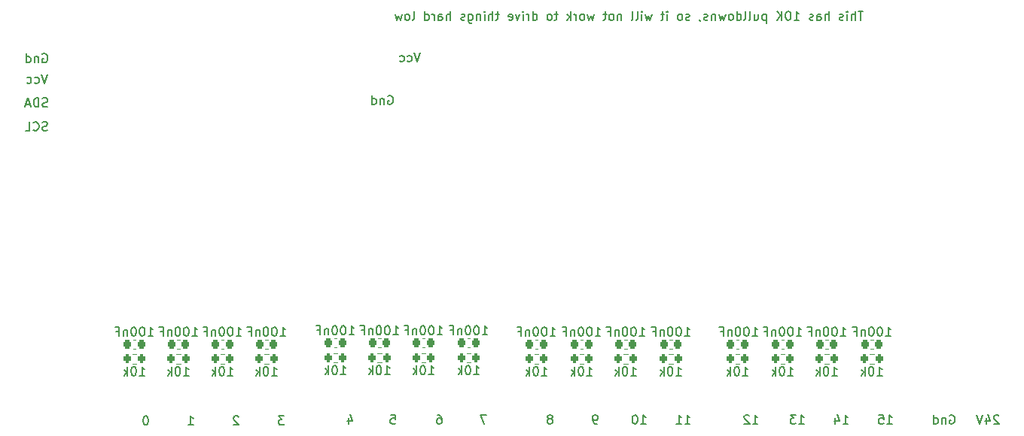
<source format=gbo>
%TF.GenerationSoftware,KiCad,Pcbnew,(6.0.0)*%
%TF.CreationDate,2023-01-31T14:33:53-05:00*%
%TF.ProjectId,i2c 24vout,69326320-3234-4766-9f75-742e6b696361,rev?*%
%TF.SameCoordinates,Original*%
%TF.FileFunction,Legend,Bot*%
%TF.FilePolarity,Positive*%
%FSLAX46Y46*%
G04 Gerber Fmt 4.6, Leading zero omitted, Abs format (unit mm)*
G04 Created by KiCad (PCBNEW (6.0.0)) date 2023-01-31 14:33:53*
%MOMM*%
%LPD*%
G01*
G04 APERTURE LIST*
G04 Aperture macros list*
%AMRoundRect*
0 Rectangle with rounded corners*
0 $1 Rounding radius*
0 $2 $3 $4 $5 $6 $7 $8 $9 X,Y pos of 4 corners*
0 Add a 4 corners polygon primitive as box body*
4,1,4,$2,$3,$4,$5,$6,$7,$8,$9,$2,$3,0*
0 Add four circle primitives for the rounded corners*
1,1,$1+$1,$2,$3*
1,1,$1+$1,$4,$5*
1,1,$1+$1,$6,$7*
1,1,$1+$1,$8,$9*
0 Add four rect primitives between the rounded corners*
20,1,$1+$1,$2,$3,$4,$5,0*
20,1,$1+$1,$4,$5,$6,$7,0*
20,1,$1+$1,$6,$7,$8,$9,0*
20,1,$1+$1,$8,$9,$2,$3,0*%
G04 Aperture macros list end*
%ADD10C,0.150000*%
%ADD11C,0.120000*%
%ADD12R,2.600000X2.600000*%
%ADD13C,2.600000*%
%ADD14C,3.200000*%
%ADD15R,1.700000X1.700000*%
%ADD16O,1.700000X1.700000*%
%ADD17RoundRect,0.200000X0.200000X0.275000X-0.200000X0.275000X-0.200000X-0.275000X0.200000X-0.275000X0*%
%ADD18RoundRect,0.225000X0.225000X0.250000X-0.225000X0.250000X-0.225000X-0.250000X0.225000X-0.250000X0*%
G04 APERTURE END LIST*
D10*
X168886476Y-129143380D02*
X169457904Y-129143380D01*
X169172190Y-129143380D02*
X169172190Y-128143380D01*
X169267428Y-128286238D01*
X169362666Y-128381476D01*
X169457904Y-128429095D01*
X167934095Y-129143380D02*
X168505523Y-129143380D01*
X168219809Y-129143380D02*
X168219809Y-128143380D01*
X168315047Y-128286238D01*
X168410285Y-128381476D01*
X168505523Y-128429095D01*
X113038285Y-129270380D02*
X113609714Y-129270380D01*
X113324000Y-129270380D02*
X113324000Y-128270380D01*
X113419238Y-128413238D01*
X113514476Y-128508476D01*
X113609714Y-128556095D01*
X198675857Y-128191000D02*
X198771095Y-128143380D01*
X198913952Y-128143380D01*
X199056809Y-128191000D01*
X199152047Y-128286238D01*
X199199666Y-128381476D01*
X199247285Y-128571952D01*
X199247285Y-128714809D01*
X199199666Y-128905285D01*
X199152047Y-129000523D01*
X199056809Y-129095761D01*
X198913952Y-129143380D01*
X198818714Y-129143380D01*
X198675857Y-129095761D01*
X198628238Y-129048142D01*
X198628238Y-128714809D01*
X198818714Y-128714809D01*
X198199666Y-128476714D02*
X198199666Y-129143380D01*
X198199666Y-128571952D02*
X198152047Y-128524333D01*
X198056809Y-128476714D01*
X197913952Y-128476714D01*
X197818714Y-128524333D01*
X197771095Y-128619571D01*
X197771095Y-129143380D01*
X196866333Y-129143380D02*
X196866333Y-128143380D01*
X196866333Y-129095761D02*
X196961571Y-129143380D01*
X197152047Y-129143380D01*
X197247285Y-129095761D01*
X197294904Y-129048142D01*
X197342523Y-128952904D01*
X197342523Y-128667190D01*
X197294904Y-128571952D01*
X197247285Y-128524333D01*
X197152047Y-128476714D01*
X196961571Y-128476714D01*
X196866333Y-128524333D01*
X181713476Y-129143380D02*
X182284904Y-129143380D01*
X181999190Y-129143380D02*
X181999190Y-128143380D01*
X182094428Y-128286238D01*
X182189666Y-128381476D01*
X182284904Y-128429095D01*
X181380142Y-128143380D02*
X180761095Y-128143380D01*
X181094428Y-128524333D01*
X180951571Y-128524333D01*
X180856333Y-128571952D01*
X180808714Y-128619571D01*
X180761095Y-128714809D01*
X180761095Y-128952904D01*
X180808714Y-129048142D01*
X180856333Y-129095761D01*
X180951571Y-129143380D01*
X181237285Y-129143380D01*
X181332523Y-129095761D01*
X181380142Y-129048142D01*
X139112476Y-87336380D02*
X138779142Y-88336380D01*
X138445809Y-87336380D01*
X137683904Y-88288761D02*
X137779142Y-88336380D01*
X137969619Y-88336380D01*
X138064857Y-88288761D01*
X138112476Y-88241142D01*
X138160095Y-88145904D01*
X138160095Y-87860190D01*
X138112476Y-87764952D01*
X138064857Y-87717333D01*
X137969619Y-87669714D01*
X137779142Y-87669714D01*
X137683904Y-87717333D01*
X136826761Y-88288761D02*
X136922000Y-88336380D01*
X137112476Y-88336380D01*
X137207714Y-88288761D01*
X137255333Y-88241142D01*
X137302952Y-88145904D01*
X137302952Y-87860190D01*
X137255333Y-87764952D01*
X137207714Y-87717333D01*
X137112476Y-87669714D01*
X136922000Y-87669714D01*
X136826761Y-87717333D01*
X188933333Y-82677380D02*
X188361904Y-82677380D01*
X188647619Y-83677380D02*
X188647619Y-82677380D01*
X188028571Y-83677380D02*
X188028571Y-82677380D01*
X187600000Y-83677380D02*
X187600000Y-83153571D01*
X187647619Y-83058333D01*
X187742857Y-83010714D01*
X187885714Y-83010714D01*
X187980952Y-83058333D01*
X188028571Y-83105952D01*
X187123809Y-83677380D02*
X187123809Y-83010714D01*
X187123809Y-82677380D02*
X187171428Y-82725000D01*
X187123809Y-82772619D01*
X187076190Y-82725000D01*
X187123809Y-82677380D01*
X187123809Y-82772619D01*
X186695238Y-83629761D02*
X186600000Y-83677380D01*
X186409523Y-83677380D01*
X186314285Y-83629761D01*
X186266666Y-83534523D01*
X186266666Y-83486904D01*
X186314285Y-83391666D01*
X186409523Y-83344047D01*
X186552380Y-83344047D01*
X186647619Y-83296428D01*
X186695238Y-83201190D01*
X186695238Y-83153571D01*
X186647619Y-83058333D01*
X186552380Y-83010714D01*
X186409523Y-83010714D01*
X186314285Y-83058333D01*
X185076190Y-83677380D02*
X185076190Y-82677380D01*
X184647619Y-83677380D02*
X184647619Y-83153571D01*
X184695238Y-83058333D01*
X184790476Y-83010714D01*
X184933333Y-83010714D01*
X185028571Y-83058333D01*
X185076190Y-83105952D01*
X183742857Y-83677380D02*
X183742857Y-83153571D01*
X183790476Y-83058333D01*
X183885714Y-83010714D01*
X184076190Y-83010714D01*
X184171428Y-83058333D01*
X183742857Y-83629761D02*
X183838095Y-83677380D01*
X184076190Y-83677380D01*
X184171428Y-83629761D01*
X184219047Y-83534523D01*
X184219047Y-83439285D01*
X184171428Y-83344047D01*
X184076190Y-83296428D01*
X183838095Y-83296428D01*
X183742857Y-83248809D01*
X183314285Y-83629761D02*
X183219047Y-83677380D01*
X183028571Y-83677380D01*
X182933333Y-83629761D01*
X182885714Y-83534523D01*
X182885714Y-83486904D01*
X182933333Y-83391666D01*
X183028571Y-83344047D01*
X183171428Y-83344047D01*
X183266666Y-83296428D01*
X183314285Y-83201190D01*
X183314285Y-83153571D01*
X183266666Y-83058333D01*
X183171428Y-83010714D01*
X183028571Y-83010714D01*
X182933333Y-83058333D01*
X181171428Y-83677380D02*
X181742857Y-83677380D01*
X181457142Y-83677380D02*
X181457142Y-82677380D01*
X181552380Y-82820238D01*
X181647619Y-82915476D01*
X181742857Y-82963095D01*
X180552380Y-82677380D02*
X180457142Y-82677380D01*
X180361904Y-82725000D01*
X180314285Y-82772619D01*
X180266666Y-82867857D01*
X180219047Y-83058333D01*
X180219047Y-83296428D01*
X180266666Y-83486904D01*
X180314285Y-83582142D01*
X180361904Y-83629761D01*
X180457142Y-83677380D01*
X180552380Y-83677380D01*
X180647619Y-83629761D01*
X180695238Y-83582142D01*
X180742857Y-83486904D01*
X180790476Y-83296428D01*
X180790476Y-83058333D01*
X180742857Y-82867857D01*
X180695238Y-82772619D01*
X180647619Y-82725000D01*
X180552380Y-82677380D01*
X179790476Y-83677380D02*
X179790476Y-82677380D01*
X179219047Y-83677380D02*
X179647619Y-83105952D01*
X179219047Y-82677380D02*
X179790476Y-83248809D01*
X178028571Y-83010714D02*
X178028571Y-84010714D01*
X178028571Y-83058333D02*
X177933333Y-83010714D01*
X177742857Y-83010714D01*
X177647619Y-83058333D01*
X177600000Y-83105952D01*
X177552380Y-83201190D01*
X177552380Y-83486904D01*
X177600000Y-83582142D01*
X177647619Y-83629761D01*
X177742857Y-83677380D01*
X177933333Y-83677380D01*
X178028571Y-83629761D01*
X176695238Y-83010714D02*
X176695238Y-83677380D01*
X177123809Y-83010714D02*
X177123809Y-83534523D01*
X177076190Y-83629761D01*
X176980952Y-83677380D01*
X176838095Y-83677380D01*
X176742857Y-83629761D01*
X176695238Y-83582142D01*
X176076190Y-83677380D02*
X176171428Y-83629761D01*
X176219047Y-83534523D01*
X176219047Y-82677380D01*
X175552380Y-83677380D02*
X175647619Y-83629761D01*
X175695238Y-83534523D01*
X175695238Y-82677380D01*
X174742857Y-83677380D02*
X174742857Y-82677380D01*
X174742857Y-83629761D02*
X174838095Y-83677380D01*
X175028571Y-83677380D01*
X175123809Y-83629761D01*
X175171428Y-83582142D01*
X175219047Y-83486904D01*
X175219047Y-83201190D01*
X175171428Y-83105952D01*
X175123809Y-83058333D01*
X175028571Y-83010714D01*
X174838095Y-83010714D01*
X174742857Y-83058333D01*
X174123809Y-83677380D02*
X174219047Y-83629761D01*
X174266666Y-83582142D01*
X174314285Y-83486904D01*
X174314285Y-83201190D01*
X174266666Y-83105952D01*
X174219047Y-83058333D01*
X174123809Y-83010714D01*
X173980952Y-83010714D01*
X173885714Y-83058333D01*
X173838095Y-83105952D01*
X173790476Y-83201190D01*
X173790476Y-83486904D01*
X173838095Y-83582142D01*
X173885714Y-83629761D01*
X173980952Y-83677380D01*
X174123809Y-83677380D01*
X173457142Y-83010714D02*
X173266666Y-83677380D01*
X173076190Y-83201190D01*
X172885714Y-83677380D01*
X172695238Y-83010714D01*
X172314285Y-83010714D02*
X172314285Y-83677380D01*
X172314285Y-83105952D02*
X172266666Y-83058333D01*
X172171428Y-83010714D01*
X172028571Y-83010714D01*
X171933333Y-83058333D01*
X171885714Y-83153571D01*
X171885714Y-83677380D01*
X171457142Y-83629761D02*
X171361904Y-83677380D01*
X171171428Y-83677380D01*
X171076190Y-83629761D01*
X171028571Y-83534523D01*
X171028571Y-83486904D01*
X171076190Y-83391666D01*
X171171428Y-83344047D01*
X171314285Y-83344047D01*
X171409523Y-83296428D01*
X171457142Y-83201190D01*
X171457142Y-83153571D01*
X171409523Y-83058333D01*
X171314285Y-83010714D01*
X171171428Y-83010714D01*
X171076190Y-83058333D01*
X170552380Y-83629761D02*
X170552380Y-83677380D01*
X170600000Y-83772619D01*
X170647619Y-83820238D01*
X169409523Y-83629761D02*
X169314285Y-83677380D01*
X169123809Y-83677380D01*
X169028571Y-83629761D01*
X168980952Y-83534523D01*
X168980952Y-83486904D01*
X169028571Y-83391666D01*
X169123809Y-83344047D01*
X169266666Y-83344047D01*
X169361904Y-83296428D01*
X169409523Y-83201190D01*
X169409523Y-83153571D01*
X169361904Y-83058333D01*
X169266666Y-83010714D01*
X169123809Y-83010714D01*
X169028571Y-83058333D01*
X168409523Y-83677380D02*
X168504761Y-83629761D01*
X168552380Y-83582142D01*
X168600000Y-83486904D01*
X168600000Y-83201190D01*
X168552380Y-83105952D01*
X168504761Y-83058333D01*
X168409523Y-83010714D01*
X168266666Y-83010714D01*
X168171428Y-83058333D01*
X168123809Y-83105952D01*
X168076190Y-83201190D01*
X168076190Y-83486904D01*
X168123809Y-83582142D01*
X168171428Y-83629761D01*
X168266666Y-83677380D01*
X168409523Y-83677380D01*
X166885714Y-83677380D02*
X166885714Y-83010714D01*
X166885714Y-82677380D02*
X166933333Y-82725000D01*
X166885714Y-82772619D01*
X166838095Y-82725000D01*
X166885714Y-82677380D01*
X166885714Y-82772619D01*
X166552380Y-83010714D02*
X166171428Y-83010714D01*
X166409523Y-82677380D02*
X166409523Y-83534523D01*
X166361904Y-83629761D01*
X166266666Y-83677380D01*
X166171428Y-83677380D01*
X165171428Y-83010714D02*
X164980952Y-83677380D01*
X164790476Y-83201190D01*
X164600000Y-83677380D01*
X164409523Y-83010714D01*
X164028571Y-83677380D02*
X164028571Y-83010714D01*
X164028571Y-82677380D02*
X164076190Y-82725000D01*
X164028571Y-82772619D01*
X163980952Y-82725000D01*
X164028571Y-82677380D01*
X164028571Y-82772619D01*
X163409523Y-83677380D02*
X163504761Y-83629761D01*
X163552380Y-83534523D01*
X163552380Y-82677380D01*
X162885714Y-83677380D02*
X162980952Y-83629761D01*
X163028571Y-83534523D01*
X163028571Y-82677380D01*
X161742857Y-83010714D02*
X161742857Y-83677380D01*
X161742857Y-83105952D02*
X161695238Y-83058333D01*
X161600000Y-83010714D01*
X161457142Y-83010714D01*
X161361904Y-83058333D01*
X161314285Y-83153571D01*
X161314285Y-83677380D01*
X160695238Y-83677380D02*
X160790476Y-83629761D01*
X160838095Y-83582142D01*
X160885714Y-83486904D01*
X160885714Y-83201190D01*
X160838095Y-83105952D01*
X160790476Y-83058333D01*
X160695238Y-83010714D01*
X160552380Y-83010714D01*
X160457142Y-83058333D01*
X160409523Y-83105952D01*
X160361904Y-83201190D01*
X160361904Y-83486904D01*
X160409523Y-83582142D01*
X160457142Y-83629761D01*
X160552380Y-83677380D01*
X160695238Y-83677380D01*
X160076190Y-83010714D02*
X159695238Y-83010714D01*
X159933333Y-82677380D02*
X159933333Y-83534523D01*
X159885714Y-83629761D01*
X159790476Y-83677380D01*
X159695238Y-83677380D01*
X158695238Y-83010714D02*
X158504761Y-83677380D01*
X158314285Y-83201190D01*
X158123809Y-83677380D01*
X157933333Y-83010714D01*
X157409523Y-83677380D02*
X157504761Y-83629761D01*
X157552380Y-83582142D01*
X157600000Y-83486904D01*
X157600000Y-83201190D01*
X157552380Y-83105952D01*
X157504761Y-83058333D01*
X157409523Y-83010714D01*
X157266666Y-83010714D01*
X157171428Y-83058333D01*
X157123809Y-83105952D01*
X157076190Y-83201190D01*
X157076190Y-83486904D01*
X157123809Y-83582142D01*
X157171428Y-83629761D01*
X157266666Y-83677380D01*
X157409523Y-83677380D01*
X156647619Y-83677380D02*
X156647619Y-83010714D01*
X156647619Y-83201190D02*
X156600000Y-83105952D01*
X156552380Y-83058333D01*
X156457142Y-83010714D01*
X156361904Y-83010714D01*
X156028571Y-83677380D02*
X156028571Y-82677380D01*
X155933333Y-83296428D02*
X155647619Y-83677380D01*
X155647619Y-83010714D02*
X156028571Y-83391666D01*
X154600000Y-83010714D02*
X154219047Y-83010714D01*
X154457142Y-82677380D02*
X154457142Y-83534523D01*
X154409523Y-83629761D01*
X154314285Y-83677380D01*
X154219047Y-83677380D01*
X153742857Y-83677380D02*
X153838095Y-83629761D01*
X153885714Y-83582142D01*
X153933333Y-83486904D01*
X153933333Y-83201190D01*
X153885714Y-83105952D01*
X153838095Y-83058333D01*
X153742857Y-83010714D01*
X153600000Y-83010714D01*
X153504761Y-83058333D01*
X153457142Y-83105952D01*
X153409523Y-83201190D01*
X153409523Y-83486904D01*
X153457142Y-83582142D01*
X153504761Y-83629761D01*
X153600000Y-83677380D01*
X153742857Y-83677380D01*
X151790476Y-83677380D02*
X151790476Y-82677380D01*
X151790476Y-83629761D02*
X151885714Y-83677380D01*
X152076190Y-83677380D01*
X152171428Y-83629761D01*
X152219047Y-83582142D01*
X152266666Y-83486904D01*
X152266666Y-83201190D01*
X152219047Y-83105952D01*
X152171428Y-83058333D01*
X152076190Y-83010714D01*
X151885714Y-83010714D01*
X151790476Y-83058333D01*
X151314285Y-83677380D02*
X151314285Y-83010714D01*
X151314285Y-83201190D02*
X151266666Y-83105952D01*
X151219047Y-83058333D01*
X151123809Y-83010714D01*
X151028571Y-83010714D01*
X150695238Y-83677380D02*
X150695238Y-83010714D01*
X150695238Y-82677380D02*
X150742857Y-82725000D01*
X150695238Y-82772619D01*
X150647619Y-82725000D01*
X150695238Y-82677380D01*
X150695238Y-82772619D01*
X150314285Y-83010714D02*
X150076190Y-83677380D01*
X149838095Y-83010714D01*
X149076190Y-83629761D02*
X149171428Y-83677380D01*
X149361904Y-83677380D01*
X149457142Y-83629761D01*
X149504761Y-83534523D01*
X149504761Y-83153571D01*
X149457142Y-83058333D01*
X149361904Y-83010714D01*
X149171428Y-83010714D01*
X149076190Y-83058333D01*
X149028571Y-83153571D01*
X149028571Y-83248809D01*
X149504761Y-83344047D01*
X147980952Y-83010714D02*
X147600000Y-83010714D01*
X147838095Y-82677380D02*
X147838095Y-83534523D01*
X147790476Y-83629761D01*
X147695238Y-83677380D01*
X147600000Y-83677380D01*
X147266666Y-83677380D02*
X147266666Y-82677380D01*
X146838095Y-83677380D02*
X146838095Y-83153571D01*
X146885714Y-83058333D01*
X146980952Y-83010714D01*
X147123809Y-83010714D01*
X147219047Y-83058333D01*
X147266666Y-83105952D01*
X146361904Y-83677380D02*
X146361904Y-83010714D01*
X146361904Y-82677380D02*
X146409523Y-82725000D01*
X146361904Y-82772619D01*
X146314285Y-82725000D01*
X146361904Y-82677380D01*
X146361904Y-82772619D01*
X145885714Y-83010714D02*
X145885714Y-83677380D01*
X145885714Y-83105952D02*
X145838095Y-83058333D01*
X145742857Y-83010714D01*
X145600000Y-83010714D01*
X145504761Y-83058333D01*
X145457142Y-83153571D01*
X145457142Y-83677380D01*
X144552380Y-83010714D02*
X144552380Y-83820238D01*
X144600000Y-83915476D01*
X144647619Y-83963095D01*
X144742857Y-84010714D01*
X144885714Y-84010714D01*
X144980952Y-83963095D01*
X144552380Y-83629761D02*
X144647619Y-83677380D01*
X144838095Y-83677380D01*
X144933333Y-83629761D01*
X144980952Y-83582142D01*
X145028571Y-83486904D01*
X145028571Y-83201190D01*
X144980952Y-83105952D01*
X144933333Y-83058333D01*
X144838095Y-83010714D01*
X144647619Y-83010714D01*
X144552380Y-83058333D01*
X144123809Y-83629761D02*
X144028571Y-83677380D01*
X143838095Y-83677380D01*
X143742857Y-83629761D01*
X143695238Y-83534523D01*
X143695238Y-83486904D01*
X143742857Y-83391666D01*
X143838095Y-83344047D01*
X143980952Y-83344047D01*
X144076190Y-83296428D01*
X144123809Y-83201190D01*
X144123809Y-83153571D01*
X144076190Y-83058333D01*
X143980952Y-83010714D01*
X143838095Y-83010714D01*
X143742857Y-83058333D01*
X142504761Y-83677380D02*
X142504761Y-82677380D01*
X142076190Y-83677380D02*
X142076190Y-83153571D01*
X142123809Y-83058333D01*
X142219047Y-83010714D01*
X142361904Y-83010714D01*
X142457142Y-83058333D01*
X142504761Y-83105952D01*
X141171428Y-83677380D02*
X141171428Y-83153571D01*
X141219047Y-83058333D01*
X141314285Y-83010714D01*
X141504761Y-83010714D01*
X141600000Y-83058333D01*
X141171428Y-83629761D02*
X141266666Y-83677380D01*
X141504761Y-83677380D01*
X141600000Y-83629761D01*
X141647619Y-83534523D01*
X141647619Y-83439285D01*
X141600000Y-83344047D01*
X141504761Y-83296428D01*
X141266666Y-83296428D01*
X141171428Y-83248809D01*
X140695238Y-83677380D02*
X140695238Y-83010714D01*
X140695238Y-83201190D02*
X140647619Y-83105952D01*
X140600000Y-83058333D01*
X140504761Y-83010714D01*
X140409523Y-83010714D01*
X139647619Y-83677380D02*
X139647619Y-82677380D01*
X139647619Y-83629761D02*
X139742857Y-83677380D01*
X139933333Y-83677380D01*
X140028571Y-83629761D01*
X140076190Y-83582142D01*
X140123809Y-83486904D01*
X140123809Y-83201190D01*
X140076190Y-83105952D01*
X140028571Y-83058333D01*
X139933333Y-83010714D01*
X139742857Y-83010714D01*
X139647619Y-83058333D01*
X138266666Y-83677380D02*
X138361904Y-83629761D01*
X138409523Y-83534523D01*
X138409523Y-82677380D01*
X137742857Y-83677380D02*
X137838095Y-83629761D01*
X137885714Y-83582142D01*
X137933333Y-83486904D01*
X137933333Y-83201190D01*
X137885714Y-83105952D01*
X137838095Y-83058333D01*
X137742857Y-83010714D01*
X137600000Y-83010714D01*
X137504761Y-83058333D01*
X137457142Y-83105952D01*
X137409523Y-83201190D01*
X137409523Y-83486904D01*
X137457142Y-83582142D01*
X137504761Y-83629761D01*
X137600000Y-83677380D01*
X137742857Y-83677380D01*
X137076190Y-83010714D02*
X136885714Y-83677380D01*
X136695238Y-83201190D01*
X136504761Y-83677380D01*
X136314285Y-83010714D01*
X108291619Y-128270380D02*
X108196380Y-128270380D01*
X108101142Y-128318000D01*
X108053523Y-128365619D01*
X108005904Y-128460857D01*
X107958285Y-128651333D01*
X107958285Y-128889428D01*
X108005904Y-129079904D01*
X108053523Y-129175142D01*
X108101142Y-129222761D01*
X108196380Y-129270380D01*
X108291619Y-129270380D01*
X108386857Y-129222761D01*
X108434476Y-129175142D01*
X108482095Y-129079904D01*
X108529714Y-128889428D01*
X108529714Y-128651333D01*
X108482095Y-128460857D01*
X108434476Y-128365619D01*
X108386857Y-128318000D01*
X108291619Y-128270380D01*
X141073523Y-128143380D02*
X141264000Y-128143380D01*
X141359238Y-128191000D01*
X141406857Y-128238619D01*
X141502095Y-128381476D01*
X141549714Y-128571952D01*
X141549714Y-128952904D01*
X141502095Y-129048142D01*
X141454476Y-129095761D01*
X141359238Y-129143380D01*
X141168761Y-129143380D01*
X141073523Y-129095761D01*
X141025904Y-129048142D01*
X140978285Y-128952904D01*
X140978285Y-128714809D01*
X141025904Y-128619571D01*
X141073523Y-128571952D01*
X141168761Y-128524333D01*
X141359238Y-128524333D01*
X141454476Y-128571952D01*
X141502095Y-128619571D01*
X141549714Y-128714809D01*
X96642857Y-87500000D02*
X96738095Y-87452380D01*
X96880952Y-87452380D01*
X97023809Y-87500000D01*
X97119047Y-87595238D01*
X97166666Y-87690476D01*
X97214285Y-87880952D01*
X97214285Y-88023809D01*
X97166666Y-88214285D01*
X97119047Y-88309523D01*
X97023809Y-88404761D01*
X96880952Y-88452380D01*
X96785714Y-88452380D01*
X96642857Y-88404761D01*
X96595238Y-88357142D01*
X96595238Y-88023809D01*
X96785714Y-88023809D01*
X96166666Y-87785714D02*
X96166666Y-88452380D01*
X96166666Y-87880952D02*
X96119047Y-87833333D01*
X96023809Y-87785714D01*
X95880952Y-87785714D01*
X95785714Y-87833333D01*
X95738095Y-87928571D01*
X95738095Y-88452380D01*
X94833333Y-88452380D02*
X94833333Y-87452380D01*
X94833333Y-88404761D02*
X94928571Y-88452380D01*
X95119047Y-88452380D01*
X95214285Y-88404761D01*
X95261904Y-88357142D01*
X95309523Y-88261904D01*
X95309523Y-87976190D01*
X95261904Y-87880952D01*
X95214285Y-87833333D01*
X95119047Y-87785714D01*
X94928571Y-87785714D01*
X94833333Y-87833333D01*
X97190476Y-96075761D02*
X97047619Y-96123380D01*
X96809523Y-96123380D01*
X96714285Y-96075761D01*
X96666666Y-96028142D01*
X96619047Y-95932904D01*
X96619047Y-95837666D01*
X96666666Y-95742428D01*
X96714285Y-95694809D01*
X96809523Y-95647190D01*
X97000000Y-95599571D01*
X97095238Y-95551952D01*
X97142857Y-95504333D01*
X97190476Y-95409095D01*
X97190476Y-95313857D01*
X97142857Y-95218619D01*
X97095238Y-95171000D01*
X97000000Y-95123380D01*
X96761904Y-95123380D01*
X96619047Y-95171000D01*
X95619047Y-96028142D02*
X95666666Y-96075761D01*
X95809523Y-96123380D01*
X95904761Y-96123380D01*
X96047619Y-96075761D01*
X96142857Y-95980523D01*
X96190476Y-95885285D01*
X96238095Y-95694809D01*
X96238095Y-95551952D01*
X96190476Y-95361476D01*
X96142857Y-95266238D01*
X96047619Y-95171000D01*
X95904761Y-95123380D01*
X95809523Y-95123380D01*
X95666666Y-95171000D01*
X95619047Y-95218619D01*
X94714285Y-96123380D02*
X95190476Y-96123380D01*
X95190476Y-95123380D01*
X135516857Y-92210000D02*
X135612095Y-92162380D01*
X135754952Y-92162380D01*
X135897809Y-92210000D01*
X135993047Y-92305238D01*
X136040666Y-92400476D01*
X136088285Y-92590952D01*
X136088285Y-92733809D01*
X136040666Y-92924285D01*
X135993047Y-93019523D01*
X135897809Y-93114761D01*
X135754952Y-93162380D01*
X135659714Y-93162380D01*
X135516857Y-93114761D01*
X135469238Y-93067142D01*
X135469238Y-92733809D01*
X135659714Y-92733809D01*
X135040666Y-92495714D02*
X135040666Y-93162380D01*
X135040666Y-92590952D02*
X134993047Y-92543333D01*
X134897809Y-92495714D01*
X134754952Y-92495714D01*
X134659714Y-92543333D01*
X134612095Y-92638571D01*
X134612095Y-93162380D01*
X133707333Y-93162380D02*
X133707333Y-92162380D01*
X133707333Y-93114761D02*
X133802571Y-93162380D01*
X133993047Y-93162380D01*
X134088285Y-93114761D01*
X134135904Y-93067142D01*
X134183523Y-92971904D01*
X134183523Y-92686190D01*
X134135904Y-92590952D01*
X134088285Y-92543333D01*
X133993047Y-92495714D01*
X133802571Y-92495714D01*
X133707333Y-92543333D01*
X186666476Y-129143380D02*
X187237904Y-129143380D01*
X186952190Y-129143380D02*
X186952190Y-128143380D01*
X187047428Y-128286238D01*
X187142666Y-128381476D01*
X187237904Y-128429095D01*
X185809333Y-128476714D02*
X185809333Y-129143380D01*
X186047428Y-128095761D02*
X186285523Y-128810047D01*
X185666476Y-128810047D01*
X158980476Y-129143380D02*
X158790000Y-129143380D01*
X158694761Y-129095761D01*
X158647142Y-129048142D01*
X158551904Y-128905285D01*
X158504285Y-128714809D01*
X158504285Y-128333857D01*
X158551904Y-128238619D01*
X158599523Y-128191000D01*
X158694761Y-128143380D01*
X158885238Y-128143380D01*
X158980476Y-128191000D01*
X159028095Y-128238619D01*
X159075714Y-128333857D01*
X159075714Y-128571952D01*
X159028095Y-128667190D01*
X158980476Y-128714809D01*
X158885238Y-128762428D01*
X158694761Y-128762428D01*
X158599523Y-128714809D01*
X158551904Y-128667190D01*
X158504285Y-128571952D01*
X176506476Y-129143380D02*
X177077904Y-129143380D01*
X176792190Y-129143380D02*
X176792190Y-128143380D01*
X176887428Y-128286238D01*
X176982666Y-128381476D01*
X177077904Y-128429095D01*
X176125523Y-128238619D02*
X176077904Y-128191000D01*
X175982666Y-128143380D01*
X175744571Y-128143380D01*
X175649333Y-128191000D01*
X175601714Y-128238619D01*
X175554095Y-128333857D01*
X175554095Y-128429095D01*
X175601714Y-128571952D01*
X176173142Y-129143380D01*
X175554095Y-129143380D01*
X204176476Y-128238619D02*
X204128857Y-128191000D01*
X204033619Y-128143380D01*
X203795523Y-128143380D01*
X203700285Y-128191000D01*
X203652666Y-128238619D01*
X203605047Y-128333857D01*
X203605047Y-128429095D01*
X203652666Y-128571952D01*
X204224095Y-129143380D01*
X203605047Y-129143380D01*
X202747904Y-128476714D02*
X202747904Y-129143380D01*
X202986000Y-128095761D02*
X203224095Y-128810047D01*
X202605047Y-128810047D01*
X202366952Y-128143380D02*
X202033619Y-129143380D01*
X201700285Y-128143380D01*
X163933476Y-129143380D02*
X164504904Y-129143380D01*
X164219190Y-129143380D02*
X164219190Y-128143380D01*
X164314428Y-128286238D01*
X164409666Y-128381476D01*
X164504904Y-128429095D01*
X163314428Y-128143380D02*
X163219190Y-128143380D01*
X163123952Y-128191000D01*
X163076333Y-128238619D01*
X163028714Y-128333857D01*
X162981095Y-128524333D01*
X162981095Y-128762428D01*
X163028714Y-128952904D01*
X163076333Y-129048142D01*
X163123952Y-129095761D01*
X163219190Y-129143380D01*
X163314428Y-129143380D01*
X163409666Y-129095761D01*
X163457285Y-129048142D01*
X163504904Y-128952904D01*
X163552523Y-128762428D01*
X163552523Y-128524333D01*
X163504904Y-128333857D01*
X163457285Y-128238619D01*
X163409666Y-128191000D01*
X163314428Y-128143380D01*
X135818904Y-128143380D02*
X136295095Y-128143380D01*
X136342714Y-128619571D01*
X136295095Y-128571952D01*
X136199857Y-128524333D01*
X135961761Y-128524333D01*
X135866523Y-128571952D01*
X135818904Y-128619571D01*
X135771285Y-128714809D01*
X135771285Y-128952904D01*
X135818904Y-129048142D01*
X135866523Y-129095761D01*
X135961761Y-129143380D01*
X136199857Y-129143380D01*
X136295095Y-129095761D01*
X136342714Y-129048142D01*
X153805238Y-128571952D02*
X153900476Y-128524333D01*
X153948095Y-128476714D01*
X153995714Y-128381476D01*
X153995714Y-128333857D01*
X153948095Y-128238619D01*
X153900476Y-128191000D01*
X153805238Y-128143380D01*
X153614761Y-128143380D01*
X153519523Y-128191000D01*
X153471904Y-128238619D01*
X153424285Y-128333857D01*
X153424285Y-128381476D01*
X153471904Y-128476714D01*
X153519523Y-128524333D01*
X153614761Y-128571952D01*
X153805238Y-128571952D01*
X153900476Y-128619571D01*
X153948095Y-128667190D01*
X153995714Y-128762428D01*
X153995714Y-128952904D01*
X153948095Y-129048142D01*
X153900476Y-129095761D01*
X153805238Y-129143380D01*
X153614761Y-129143380D01*
X153519523Y-129095761D01*
X153471904Y-129048142D01*
X153424285Y-128952904D01*
X153424285Y-128762428D01*
X153471904Y-128667190D01*
X153519523Y-128619571D01*
X153614761Y-128571952D01*
X118689714Y-128365619D02*
X118642095Y-128318000D01*
X118546857Y-128270380D01*
X118308761Y-128270380D01*
X118213523Y-128318000D01*
X118165904Y-128365619D01*
X118118285Y-128460857D01*
X118118285Y-128556095D01*
X118165904Y-128698952D01*
X118737333Y-129270380D01*
X118118285Y-129270380D01*
X146550333Y-128143380D02*
X145883666Y-128143380D01*
X146312238Y-129143380D01*
X123817333Y-128270380D02*
X123198285Y-128270380D01*
X123531619Y-128651333D01*
X123388761Y-128651333D01*
X123293523Y-128698952D01*
X123245904Y-128746571D01*
X123198285Y-128841809D01*
X123198285Y-129079904D01*
X123245904Y-129175142D01*
X123293523Y-129222761D01*
X123388761Y-129270380D01*
X123674476Y-129270380D01*
X123769714Y-129222761D01*
X123817333Y-129175142D01*
X191619476Y-129143380D02*
X192190904Y-129143380D01*
X191905190Y-129143380D02*
X191905190Y-128143380D01*
X192000428Y-128286238D01*
X192095666Y-128381476D01*
X192190904Y-128429095D01*
X190714714Y-128143380D02*
X191190904Y-128143380D01*
X191238523Y-128619571D01*
X191190904Y-128571952D01*
X191095666Y-128524333D01*
X190857571Y-128524333D01*
X190762333Y-128571952D01*
X190714714Y-128619571D01*
X190667095Y-128714809D01*
X190667095Y-128952904D01*
X190714714Y-129048142D01*
X190762333Y-129095761D01*
X190857571Y-129143380D01*
X191095666Y-129143380D01*
X191190904Y-129095761D01*
X191238523Y-129048142D01*
X97190476Y-89789380D02*
X96857142Y-90789380D01*
X96523809Y-89789380D01*
X95761904Y-90741761D02*
X95857142Y-90789380D01*
X96047619Y-90789380D01*
X96142857Y-90741761D01*
X96190476Y-90694142D01*
X96238095Y-90598904D01*
X96238095Y-90313190D01*
X96190476Y-90217952D01*
X96142857Y-90170333D01*
X96047619Y-90122714D01*
X95857142Y-90122714D01*
X95761904Y-90170333D01*
X94904761Y-90741761D02*
X95000000Y-90789380D01*
X95190476Y-90789380D01*
X95285714Y-90741761D01*
X95333333Y-90694142D01*
X95380952Y-90598904D01*
X95380952Y-90313190D01*
X95333333Y-90217952D01*
X95285714Y-90170333D01*
X95190476Y-90122714D01*
X95000000Y-90122714D01*
X94904761Y-90170333D01*
X131040523Y-128476714D02*
X131040523Y-129143380D01*
X131278619Y-128095761D02*
X131516714Y-128810047D01*
X130897666Y-128810047D01*
X97214285Y-93404761D02*
X97071428Y-93452380D01*
X96833333Y-93452380D01*
X96738095Y-93404761D01*
X96690476Y-93357142D01*
X96642857Y-93261904D01*
X96642857Y-93166666D01*
X96690476Y-93071428D01*
X96738095Y-93023809D01*
X96833333Y-92976190D01*
X97023809Y-92928571D01*
X97119047Y-92880952D01*
X97166666Y-92833333D01*
X97214285Y-92738095D01*
X97214285Y-92642857D01*
X97166666Y-92547619D01*
X97119047Y-92500000D01*
X97023809Y-92452380D01*
X96785714Y-92452380D01*
X96642857Y-92500000D01*
X96214285Y-93452380D02*
X96214285Y-92452380D01*
X95976190Y-92452380D01*
X95833333Y-92500000D01*
X95738095Y-92595238D01*
X95690476Y-92690476D01*
X95642857Y-92880952D01*
X95642857Y-93023809D01*
X95690476Y-93214285D01*
X95738095Y-93309523D01*
X95833333Y-93404761D01*
X95976190Y-93452380D01*
X96214285Y-93452380D01*
X95261904Y-93166666D02*
X94785714Y-93166666D01*
X95357142Y-93452380D02*
X95023809Y-92452380D01*
X94690476Y-93452380D01*
%TO.C,R21*%
X130175238Y-123588380D02*
X130746666Y-123588380D01*
X130460952Y-123588380D02*
X130460952Y-122588380D01*
X130556190Y-122731238D01*
X130651428Y-122826476D01*
X130746666Y-122874095D01*
X129556190Y-122588380D02*
X129460952Y-122588380D01*
X129365714Y-122636000D01*
X129318095Y-122683619D01*
X129270476Y-122778857D01*
X129222857Y-122969333D01*
X129222857Y-123207428D01*
X129270476Y-123397904D01*
X129318095Y-123493142D01*
X129365714Y-123540761D01*
X129460952Y-123588380D01*
X129556190Y-123588380D01*
X129651428Y-123540761D01*
X129699047Y-123493142D01*
X129746666Y-123397904D01*
X129794285Y-123207428D01*
X129794285Y-122969333D01*
X129746666Y-122778857D01*
X129699047Y-122683619D01*
X129651428Y-122636000D01*
X129556190Y-122588380D01*
X128794285Y-123588380D02*
X128794285Y-122588380D01*
X128699047Y-123207428D02*
X128413333Y-123588380D01*
X128413333Y-122921714D02*
X128794285Y-123302666D01*
%TO.C,C15*%
X186372619Y-119237380D02*
X186944047Y-119237380D01*
X186658333Y-119237380D02*
X186658333Y-118237380D01*
X186753571Y-118380238D01*
X186848809Y-118475476D01*
X186944047Y-118523095D01*
X185753571Y-118237380D02*
X185658333Y-118237380D01*
X185563095Y-118285000D01*
X185515476Y-118332619D01*
X185467857Y-118427857D01*
X185420238Y-118618333D01*
X185420238Y-118856428D01*
X185467857Y-119046904D01*
X185515476Y-119142142D01*
X185563095Y-119189761D01*
X185658333Y-119237380D01*
X185753571Y-119237380D01*
X185848809Y-119189761D01*
X185896428Y-119142142D01*
X185944047Y-119046904D01*
X185991666Y-118856428D01*
X185991666Y-118618333D01*
X185944047Y-118427857D01*
X185896428Y-118332619D01*
X185848809Y-118285000D01*
X185753571Y-118237380D01*
X184801190Y-118237380D02*
X184705952Y-118237380D01*
X184610714Y-118285000D01*
X184563095Y-118332619D01*
X184515476Y-118427857D01*
X184467857Y-118618333D01*
X184467857Y-118856428D01*
X184515476Y-119046904D01*
X184563095Y-119142142D01*
X184610714Y-119189761D01*
X184705952Y-119237380D01*
X184801190Y-119237380D01*
X184896428Y-119189761D01*
X184944047Y-119142142D01*
X184991666Y-119046904D01*
X185039285Y-118856428D01*
X185039285Y-118618333D01*
X184991666Y-118427857D01*
X184944047Y-118332619D01*
X184896428Y-118285000D01*
X184801190Y-118237380D01*
X184039285Y-118570714D02*
X184039285Y-119237380D01*
X184039285Y-118665952D02*
X183991666Y-118618333D01*
X183896428Y-118570714D01*
X183753571Y-118570714D01*
X183658333Y-118618333D01*
X183610714Y-118713571D01*
X183610714Y-119237380D01*
X182801190Y-118713571D02*
X183134523Y-118713571D01*
X183134523Y-119237380D02*
X183134523Y-118237380D01*
X182658333Y-118237380D01*
%TO.C,C12*%
X168846619Y-119237380D02*
X169418047Y-119237380D01*
X169132333Y-119237380D02*
X169132333Y-118237380D01*
X169227571Y-118380238D01*
X169322809Y-118475476D01*
X169418047Y-118523095D01*
X168227571Y-118237380D02*
X168132333Y-118237380D01*
X168037095Y-118285000D01*
X167989476Y-118332619D01*
X167941857Y-118427857D01*
X167894238Y-118618333D01*
X167894238Y-118856428D01*
X167941857Y-119046904D01*
X167989476Y-119142142D01*
X168037095Y-119189761D01*
X168132333Y-119237380D01*
X168227571Y-119237380D01*
X168322809Y-119189761D01*
X168370428Y-119142142D01*
X168418047Y-119046904D01*
X168465666Y-118856428D01*
X168465666Y-118618333D01*
X168418047Y-118427857D01*
X168370428Y-118332619D01*
X168322809Y-118285000D01*
X168227571Y-118237380D01*
X167275190Y-118237380D02*
X167179952Y-118237380D01*
X167084714Y-118285000D01*
X167037095Y-118332619D01*
X166989476Y-118427857D01*
X166941857Y-118618333D01*
X166941857Y-118856428D01*
X166989476Y-119046904D01*
X167037095Y-119142142D01*
X167084714Y-119189761D01*
X167179952Y-119237380D01*
X167275190Y-119237380D01*
X167370428Y-119189761D01*
X167418047Y-119142142D01*
X167465666Y-119046904D01*
X167513285Y-118856428D01*
X167513285Y-118618333D01*
X167465666Y-118427857D01*
X167418047Y-118332619D01*
X167370428Y-118285000D01*
X167275190Y-118237380D01*
X166513285Y-118570714D02*
X166513285Y-119237380D01*
X166513285Y-118665952D02*
X166465666Y-118618333D01*
X166370428Y-118570714D01*
X166227571Y-118570714D01*
X166132333Y-118618333D01*
X166084714Y-118713571D01*
X166084714Y-119237380D01*
X165275190Y-118713571D02*
X165608523Y-118713571D01*
X165608523Y-119237380D02*
X165608523Y-118237380D01*
X165132333Y-118237380D01*
%TO.C,R24*%
X145161238Y-123588380D02*
X145732666Y-123588380D01*
X145446952Y-123588380D02*
X145446952Y-122588380D01*
X145542190Y-122731238D01*
X145637428Y-122826476D01*
X145732666Y-122874095D01*
X144542190Y-122588380D02*
X144446952Y-122588380D01*
X144351714Y-122636000D01*
X144304095Y-122683619D01*
X144256476Y-122778857D01*
X144208857Y-122969333D01*
X144208857Y-123207428D01*
X144256476Y-123397904D01*
X144304095Y-123493142D01*
X144351714Y-123540761D01*
X144446952Y-123588380D01*
X144542190Y-123588380D01*
X144637428Y-123540761D01*
X144685047Y-123493142D01*
X144732666Y-123397904D01*
X144780285Y-123207428D01*
X144780285Y-122969333D01*
X144732666Y-122778857D01*
X144685047Y-122683619D01*
X144637428Y-122636000D01*
X144542190Y-122588380D01*
X143780285Y-123588380D02*
X143780285Y-122588380D01*
X143685047Y-123207428D02*
X143399333Y-123588380D01*
X143399333Y-122921714D02*
X143780285Y-123302666D01*
%TO.C,C1*%
X108521619Y-119237380D02*
X109093047Y-119237380D01*
X108807333Y-119237380D02*
X108807333Y-118237380D01*
X108902571Y-118380238D01*
X108997809Y-118475476D01*
X109093047Y-118523095D01*
X107902571Y-118237380D02*
X107807333Y-118237380D01*
X107712095Y-118285000D01*
X107664476Y-118332619D01*
X107616857Y-118427857D01*
X107569238Y-118618333D01*
X107569238Y-118856428D01*
X107616857Y-119046904D01*
X107664476Y-119142142D01*
X107712095Y-119189761D01*
X107807333Y-119237380D01*
X107902571Y-119237380D01*
X107997809Y-119189761D01*
X108045428Y-119142142D01*
X108093047Y-119046904D01*
X108140666Y-118856428D01*
X108140666Y-118618333D01*
X108093047Y-118427857D01*
X108045428Y-118332619D01*
X107997809Y-118285000D01*
X107902571Y-118237380D01*
X106950190Y-118237380D02*
X106854952Y-118237380D01*
X106759714Y-118285000D01*
X106712095Y-118332619D01*
X106664476Y-118427857D01*
X106616857Y-118618333D01*
X106616857Y-118856428D01*
X106664476Y-119046904D01*
X106712095Y-119142142D01*
X106759714Y-119189761D01*
X106854952Y-119237380D01*
X106950190Y-119237380D01*
X107045428Y-119189761D01*
X107093047Y-119142142D01*
X107140666Y-119046904D01*
X107188285Y-118856428D01*
X107188285Y-118618333D01*
X107140666Y-118427857D01*
X107093047Y-118332619D01*
X107045428Y-118285000D01*
X106950190Y-118237380D01*
X106188285Y-118570714D02*
X106188285Y-119237380D01*
X106188285Y-118665952D02*
X106140666Y-118618333D01*
X106045428Y-118570714D01*
X105902571Y-118570714D01*
X105807333Y-118618333D01*
X105759714Y-118713571D01*
X105759714Y-119237380D01*
X104950190Y-118713571D02*
X105283523Y-118713571D01*
X105283523Y-119237380D02*
X105283523Y-118237380D01*
X104807333Y-118237380D01*
%TO.C,C14*%
X181419619Y-119237380D02*
X181991047Y-119237380D01*
X181705333Y-119237380D02*
X181705333Y-118237380D01*
X181800571Y-118380238D01*
X181895809Y-118475476D01*
X181991047Y-118523095D01*
X180800571Y-118237380D02*
X180705333Y-118237380D01*
X180610095Y-118285000D01*
X180562476Y-118332619D01*
X180514857Y-118427857D01*
X180467238Y-118618333D01*
X180467238Y-118856428D01*
X180514857Y-119046904D01*
X180562476Y-119142142D01*
X180610095Y-119189761D01*
X180705333Y-119237380D01*
X180800571Y-119237380D01*
X180895809Y-119189761D01*
X180943428Y-119142142D01*
X180991047Y-119046904D01*
X181038666Y-118856428D01*
X181038666Y-118618333D01*
X180991047Y-118427857D01*
X180943428Y-118332619D01*
X180895809Y-118285000D01*
X180800571Y-118237380D01*
X179848190Y-118237380D02*
X179752952Y-118237380D01*
X179657714Y-118285000D01*
X179610095Y-118332619D01*
X179562476Y-118427857D01*
X179514857Y-118618333D01*
X179514857Y-118856428D01*
X179562476Y-119046904D01*
X179610095Y-119142142D01*
X179657714Y-119189761D01*
X179752952Y-119237380D01*
X179848190Y-119237380D01*
X179943428Y-119189761D01*
X179991047Y-119142142D01*
X180038666Y-119046904D01*
X180086285Y-118856428D01*
X180086285Y-118618333D01*
X180038666Y-118427857D01*
X179991047Y-118332619D01*
X179943428Y-118285000D01*
X179848190Y-118237380D01*
X179086285Y-118570714D02*
X179086285Y-119237380D01*
X179086285Y-118665952D02*
X179038666Y-118618333D01*
X178943428Y-118570714D01*
X178800571Y-118570714D01*
X178705333Y-118618333D01*
X178657714Y-118713571D01*
X178657714Y-119237380D01*
X177848190Y-118713571D02*
X178181523Y-118713571D01*
X178181523Y-119237380D02*
X178181523Y-118237380D01*
X177705333Y-118237380D01*
%TO.C,R18*%
X112522238Y-123715380D02*
X113093666Y-123715380D01*
X112807952Y-123715380D02*
X112807952Y-122715380D01*
X112903190Y-122858238D01*
X112998428Y-122953476D01*
X113093666Y-123001095D01*
X111903190Y-122715380D02*
X111807952Y-122715380D01*
X111712714Y-122763000D01*
X111665095Y-122810619D01*
X111617476Y-122905857D01*
X111569857Y-123096333D01*
X111569857Y-123334428D01*
X111617476Y-123524904D01*
X111665095Y-123620142D01*
X111712714Y-123667761D01*
X111807952Y-123715380D01*
X111903190Y-123715380D01*
X111998428Y-123667761D01*
X112046047Y-123620142D01*
X112093666Y-123524904D01*
X112141285Y-123334428D01*
X112141285Y-123096333D01*
X112093666Y-122905857D01*
X112046047Y-122810619D01*
X111998428Y-122763000D01*
X111903190Y-122715380D01*
X111141285Y-123715380D02*
X111141285Y-122715380D01*
X111046047Y-123334428D02*
X110760333Y-123715380D01*
X110760333Y-123048714D02*
X111141285Y-123429666D01*
%TO.C,R32*%
X190500238Y-123715380D02*
X191071666Y-123715380D01*
X190785952Y-123715380D02*
X190785952Y-122715380D01*
X190881190Y-122858238D01*
X190976428Y-122953476D01*
X191071666Y-123001095D01*
X189881190Y-122715380D02*
X189785952Y-122715380D01*
X189690714Y-122763000D01*
X189643095Y-122810619D01*
X189595476Y-122905857D01*
X189547857Y-123096333D01*
X189547857Y-123334428D01*
X189595476Y-123524904D01*
X189643095Y-123620142D01*
X189690714Y-123667761D01*
X189785952Y-123715380D01*
X189881190Y-123715380D01*
X189976428Y-123667761D01*
X190024047Y-123620142D01*
X190071666Y-123524904D01*
X190119285Y-123334428D01*
X190119285Y-123096333D01*
X190071666Y-122905857D01*
X190024047Y-122810619D01*
X189976428Y-122763000D01*
X189881190Y-122715380D01*
X189119285Y-123715380D02*
X189119285Y-122715380D01*
X189024047Y-123334428D02*
X188738333Y-123715380D01*
X188738333Y-123048714D02*
X189119285Y-123429666D01*
%TO.C,C10*%
X158813619Y-119237380D02*
X159385047Y-119237380D01*
X159099333Y-119237380D02*
X159099333Y-118237380D01*
X159194571Y-118380238D01*
X159289809Y-118475476D01*
X159385047Y-118523095D01*
X158194571Y-118237380D02*
X158099333Y-118237380D01*
X158004095Y-118285000D01*
X157956476Y-118332619D01*
X157908857Y-118427857D01*
X157861238Y-118618333D01*
X157861238Y-118856428D01*
X157908857Y-119046904D01*
X157956476Y-119142142D01*
X158004095Y-119189761D01*
X158099333Y-119237380D01*
X158194571Y-119237380D01*
X158289809Y-119189761D01*
X158337428Y-119142142D01*
X158385047Y-119046904D01*
X158432666Y-118856428D01*
X158432666Y-118618333D01*
X158385047Y-118427857D01*
X158337428Y-118332619D01*
X158289809Y-118285000D01*
X158194571Y-118237380D01*
X157242190Y-118237380D02*
X157146952Y-118237380D01*
X157051714Y-118285000D01*
X157004095Y-118332619D01*
X156956476Y-118427857D01*
X156908857Y-118618333D01*
X156908857Y-118856428D01*
X156956476Y-119046904D01*
X157004095Y-119142142D01*
X157051714Y-119189761D01*
X157146952Y-119237380D01*
X157242190Y-119237380D01*
X157337428Y-119189761D01*
X157385047Y-119142142D01*
X157432666Y-119046904D01*
X157480285Y-118856428D01*
X157480285Y-118618333D01*
X157432666Y-118427857D01*
X157385047Y-118332619D01*
X157337428Y-118285000D01*
X157242190Y-118237380D01*
X156480285Y-118570714D02*
X156480285Y-119237380D01*
X156480285Y-118665952D02*
X156432666Y-118618333D01*
X156337428Y-118570714D01*
X156194571Y-118570714D01*
X156099333Y-118618333D01*
X156051714Y-118713571D01*
X156051714Y-119237380D01*
X155242190Y-118713571D02*
X155575523Y-118713571D01*
X155575523Y-119237380D02*
X155575523Y-118237380D01*
X155099333Y-118237380D01*
%TO.C,C11*%
X163766619Y-119237380D02*
X164338047Y-119237380D01*
X164052333Y-119237380D02*
X164052333Y-118237380D01*
X164147571Y-118380238D01*
X164242809Y-118475476D01*
X164338047Y-118523095D01*
X163147571Y-118237380D02*
X163052333Y-118237380D01*
X162957095Y-118285000D01*
X162909476Y-118332619D01*
X162861857Y-118427857D01*
X162814238Y-118618333D01*
X162814238Y-118856428D01*
X162861857Y-119046904D01*
X162909476Y-119142142D01*
X162957095Y-119189761D01*
X163052333Y-119237380D01*
X163147571Y-119237380D01*
X163242809Y-119189761D01*
X163290428Y-119142142D01*
X163338047Y-119046904D01*
X163385666Y-118856428D01*
X163385666Y-118618333D01*
X163338047Y-118427857D01*
X163290428Y-118332619D01*
X163242809Y-118285000D01*
X163147571Y-118237380D01*
X162195190Y-118237380D02*
X162099952Y-118237380D01*
X162004714Y-118285000D01*
X161957095Y-118332619D01*
X161909476Y-118427857D01*
X161861857Y-118618333D01*
X161861857Y-118856428D01*
X161909476Y-119046904D01*
X161957095Y-119142142D01*
X162004714Y-119189761D01*
X162099952Y-119237380D01*
X162195190Y-119237380D01*
X162290428Y-119189761D01*
X162338047Y-119142142D01*
X162385666Y-119046904D01*
X162433285Y-118856428D01*
X162433285Y-118618333D01*
X162385666Y-118427857D01*
X162338047Y-118332619D01*
X162290428Y-118285000D01*
X162195190Y-118237380D01*
X161433285Y-118570714D02*
X161433285Y-119237380D01*
X161433285Y-118665952D02*
X161385666Y-118618333D01*
X161290428Y-118570714D01*
X161147571Y-118570714D01*
X161052333Y-118618333D01*
X161004714Y-118713571D01*
X161004714Y-119237380D01*
X160195190Y-118713571D02*
X160528523Y-118713571D01*
X160528523Y-119237380D02*
X160528523Y-118237380D01*
X160052333Y-118237380D01*
%TO.C,R27*%
X162814238Y-123715380D02*
X163385666Y-123715380D01*
X163099952Y-123715380D02*
X163099952Y-122715380D01*
X163195190Y-122858238D01*
X163290428Y-122953476D01*
X163385666Y-123001095D01*
X162195190Y-122715380D02*
X162099952Y-122715380D01*
X162004714Y-122763000D01*
X161957095Y-122810619D01*
X161909476Y-122905857D01*
X161861857Y-123096333D01*
X161861857Y-123334428D01*
X161909476Y-123524904D01*
X161957095Y-123620142D01*
X162004714Y-123667761D01*
X162099952Y-123715380D01*
X162195190Y-123715380D01*
X162290428Y-123667761D01*
X162338047Y-123620142D01*
X162385666Y-123524904D01*
X162433285Y-123334428D01*
X162433285Y-123096333D01*
X162385666Y-122905857D01*
X162338047Y-122810619D01*
X162290428Y-122763000D01*
X162195190Y-122715380D01*
X161433285Y-123715380D02*
X161433285Y-122715380D01*
X161338047Y-123334428D02*
X161052333Y-123715380D01*
X161052333Y-123048714D02*
X161433285Y-123429666D01*
%TO.C,C8*%
X146113619Y-119110380D02*
X146685047Y-119110380D01*
X146399333Y-119110380D02*
X146399333Y-118110380D01*
X146494571Y-118253238D01*
X146589809Y-118348476D01*
X146685047Y-118396095D01*
X145494571Y-118110380D02*
X145399333Y-118110380D01*
X145304095Y-118158000D01*
X145256476Y-118205619D01*
X145208857Y-118300857D01*
X145161238Y-118491333D01*
X145161238Y-118729428D01*
X145208857Y-118919904D01*
X145256476Y-119015142D01*
X145304095Y-119062761D01*
X145399333Y-119110380D01*
X145494571Y-119110380D01*
X145589809Y-119062761D01*
X145637428Y-119015142D01*
X145685047Y-118919904D01*
X145732666Y-118729428D01*
X145732666Y-118491333D01*
X145685047Y-118300857D01*
X145637428Y-118205619D01*
X145589809Y-118158000D01*
X145494571Y-118110380D01*
X144542190Y-118110380D02*
X144446952Y-118110380D01*
X144351714Y-118158000D01*
X144304095Y-118205619D01*
X144256476Y-118300857D01*
X144208857Y-118491333D01*
X144208857Y-118729428D01*
X144256476Y-118919904D01*
X144304095Y-119015142D01*
X144351714Y-119062761D01*
X144446952Y-119110380D01*
X144542190Y-119110380D01*
X144637428Y-119062761D01*
X144685047Y-119015142D01*
X144732666Y-118919904D01*
X144780285Y-118729428D01*
X144780285Y-118491333D01*
X144732666Y-118300857D01*
X144685047Y-118205619D01*
X144637428Y-118158000D01*
X144542190Y-118110380D01*
X143780285Y-118443714D02*
X143780285Y-119110380D01*
X143780285Y-118538952D02*
X143732666Y-118491333D01*
X143637428Y-118443714D01*
X143494571Y-118443714D01*
X143399333Y-118491333D01*
X143351714Y-118586571D01*
X143351714Y-119110380D01*
X142542190Y-118586571D02*
X142875523Y-118586571D01*
X142875523Y-119110380D02*
X142875523Y-118110380D01*
X142399333Y-118110380D01*
%TO.C,C7*%
X141033619Y-119110380D02*
X141605047Y-119110380D01*
X141319333Y-119110380D02*
X141319333Y-118110380D01*
X141414571Y-118253238D01*
X141509809Y-118348476D01*
X141605047Y-118396095D01*
X140414571Y-118110380D02*
X140319333Y-118110380D01*
X140224095Y-118158000D01*
X140176476Y-118205619D01*
X140128857Y-118300857D01*
X140081238Y-118491333D01*
X140081238Y-118729428D01*
X140128857Y-118919904D01*
X140176476Y-119015142D01*
X140224095Y-119062761D01*
X140319333Y-119110380D01*
X140414571Y-119110380D01*
X140509809Y-119062761D01*
X140557428Y-119015142D01*
X140605047Y-118919904D01*
X140652666Y-118729428D01*
X140652666Y-118491333D01*
X140605047Y-118300857D01*
X140557428Y-118205619D01*
X140509809Y-118158000D01*
X140414571Y-118110380D01*
X139462190Y-118110380D02*
X139366952Y-118110380D01*
X139271714Y-118158000D01*
X139224095Y-118205619D01*
X139176476Y-118300857D01*
X139128857Y-118491333D01*
X139128857Y-118729428D01*
X139176476Y-118919904D01*
X139224095Y-119015142D01*
X139271714Y-119062761D01*
X139366952Y-119110380D01*
X139462190Y-119110380D01*
X139557428Y-119062761D01*
X139605047Y-119015142D01*
X139652666Y-118919904D01*
X139700285Y-118729428D01*
X139700285Y-118491333D01*
X139652666Y-118300857D01*
X139605047Y-118205619D01*
X139557428Y-118158000D01*
X139462190Y-118110380D01*
X138700285Y-118443714D02*
X138700285Y-119110380D01*
X138700285Y-118538952D02*
X138652666Y-118491333D01*
X138557428Y-118443714D01*
X138414571Y-118443714D01*
X138319333Y-118491333D01*
X138271714Y-118586571D01*
X138271714Y-119110380D01*
X137462190Y-118586571D02*
X137795523Y-118586571D01*
X137795523Y-119110380D02*
X137795523Y-118110380D01*
X137319333Y-118110380D01*
%TO.C,R29*%
X175387238Y-123715380D02*
X175958666Y-123715380D01*
X175672952Y-123715380D02*
X175672952Y-122715380D01*
X175768190Y-122858238D01*
X175863428Y-122953476D01*
X175958666Y-123001095D01*
X174768190Y-122715380D02*
X174672952Y-122715380D01*
X174577714Y-122763000D01*
X174530095Y-122810619D01*
X174482476Y-122905857D01*
X174434857Y-123096333D01*
X174434857Y-123334428D01*
X174482476Y-123524904D01*
X174530095Y-123620142D01*
X174577714Y-123667761D01*
X174672952Y-123715380D01*
X174768190Y-123715380D01*
X174863428Y-123667761D01*
X174911047Y-123620142D01*
X174958666Y-123524904D01*
X175006285Y-123334428D01*
X175006285Y-123096333D01*
X174958666Y-122905857D01*
X174911047Y-122810619D01*
X174863428Y-122763000D01*
X174768190Y-122715380D01*
X174006285Y-123715380D02*
X174006285Y-122715380D01*
X173911047Y-123334428D02*
X173625333Y-123715380D01*
X173625333Y-123048714D02*
X174006285Y-123429666D01*
%TO.C,R19*%
X117475238Y-123715380D02*
X118046666Y-123715380D01*
X117760952Y-123715380D02*
X117760952Y-122715380D01*
X117856190Y-122858238D01*
X117951428Y-122953476D01*
X118046666Y-123001095D01*
X116856190Y-122715380D02*
X116760952Y-122715380D01*
X116665714Y-122763000D01*
X116618095Y-122810619D01*
X116570476Y-122905857D01*
X116522857Y-123096333D01*
X116522857Y-123334428D01*
X116570476Y-123524904D01*
X116618095Y-123620142D01*
X116665714Y-123667761D01*
X116760952Y-123715380D01*
X116856190Y-123715380D01*
X116951428Y-123667761D01*
X116999047Y-123620142D01*
X117046666Y-123524904D01*
X117094285Y-123334428D01*
X117094285Y-123096333D01*
X117046666Y-122905857D01*
X116999047Y-122810619D01*
X116951428Y-122763000D01*
X116856190Y-122715380D01*
X116094285Y-123715380D02*
X116094285Y-122715380D01*
X115999047Y-123334428D02*
X115713333Y-123715380D01*
X115713333Y-123048714D02*
X116094285Y-123429666D01*
%TO.C,R25*%
X152781238Y-123715380D02*
X153352666Y-123715380D01*
X153066952Y-123715380D02*
X153066952Y-122715380D01*
X153162190Y-122858238D01*
X153257428Y-122953476D01*
X153352666Y-123001095D01*
X152162190Y-122715380D02*
X152066952Y-122715380D01*
X151971714Y-122763000D01*
X151924095Y-122810619D01*
X151876476Y-122905857D01*
X151828857Y-123096333D01*
X151828857Y-123334428D01*
X151876476Y-123524904D01*
X151924095Y-123620142D01*
X151971714Y-123667761D01*
X152066952Y-123715380D01*
X152162190Y-123715380D01*
X152257428Y-123667761D01*
X152305047Y-123620142D01*
X152352666Y-123524904D01*
X152400285Y-123334428D01*
X152400285Y-123096333D01*
X152352666Y-122905857D01*
X152305047Y-122810619D01*
X152257428Y-122763000D01*
X152162190Y-122715380D01*
X151400285Y-123715380D02*
X151400285Y-122715380D01*
X151305047Y-123334428D02*
X151019333Y-123715380D01*
X151019333Y-123048714D02*
X151400285Y-123429666D01*
%TO.C,C16*%
X191465619Y-119237380D02*
X192037047Y-119237380D01*
X191751333Y-119237380D02*
X191751333Y-118237380D01*
X191846571Y-118380238D01*
X191941809Y-118475476D01*
X192037047Y-118523095D01*
X190846571Y-118237380D02*
X190751333Y-118237380D01*
X190656095Y-118285000D01*
X190608476Y-118332619D01*
X190560857Y-118427857D01*
X190513238Y-118618333D01*
X190513238Y-118856428D01*
X190560857Y-119046904D01*
X190608476Y-119142142D01*
X190656095Y-119189761D01*
X190751333Y-119237380D01*
X190846571Y-119237380D01*
X190941809Y-119189761D01*
X190989428Y-119142142D01*
X191037047Y-119046904D01*
X191084666Y-118856428D01*
X191084666Y-118618333D01*
X191037047Y-118427857D01*
X190989428Y-118332619D01*
X190941809Y-118285000D01*
X190846571Y-118237380D01*
X189894190Y-118237380D02*
X189798952Y-118237380D01*
X189703714Y-118285000D01*
X189656095Y-118332619D01*
X189608476Y-118427857D01*
X189560857Y-118618333D01*
X189560857Y-118856428D01*
X189608476Y-119046904D01*
X189656095Y-119142142D01*
X189703714Y-119189761D01*
X189798952Y-119237380D01*
X189894190Y-119237380D01*
X189989428Y-119189761D01*
X190037047Y-119142142D01*
X190084666Y-119046904D01*
X190132285Y-118856428D01*
X190132285Y-118618333D01*
X190084666Y-118427857D01*
X190037047Y-118332619D01*
X189989428Y-118285000D01*
X189894190Y-118237380D01*
X189132285Y-118570714D02*
X189132285Y-119237380D01*
X189132285Y-118665952D02*
X189084666Y-118618333D01*
X188989428Y-118570714D01*
X188846571Y-118570714D01*
X188751333Y-118618333D01*
X188703714Y-118713571D01*
X188703714Y-119237380D01*
X187894190Y-118713571D02*
X188227523Y-118713571D01*
X188227523Y-119237380D02*
X188227523Y-118237380D01*
X187751333Y-118237380D01*
%TO.C,R20*%
X122428238Y-123715380D02*
X122999666Y-123715380D01*
X122713952Y-123715380D02*
X122713952Y-122715380D01*
X122809190Y-122858238D01*
X122904428Y-122953476D01*
X122999666Y-123001095D01*
X121809190Y-122715380D02*
X121713952Y-122715380D01*
X121618714Y-122763000D01*
X121571095Y-122810619D01*
X121523476Y-122905857D01*
X121475857Y-123096333D01*
X121475857Y-123334428D01*
X121523476Y-123524904D01*
X121571095Y-123620142D01*
X121618714Y-123667761D01*
X121713952Y-123715380D01*
X121809190Y-123715380D01*
X121904428Y-123667761D01*
X121952047Y-123620142D01*
X121999666Y-123524904D01*
X122047285Y-123334428D01*
X122047285Y-123096333D01*
X121999666Y-122905857D01*
X121952047Y-122810619D01*
X121904428Y-122763000D01*
X121809190Y-122715380D01*
X121047285Y-123715380D02*
X121047285Y-122715380D01*
X120952047Y-123334428D02*
X120666333Y-123715380D01*
X120666333Y-123048714D02*
X121047285Y-123429666D01*
%TO.C,C6*%
X136080619Y-119110380D02*
X136652047Y-119110380D01*
X136366333Y-119110380D02*
X136366333Y-118110380D01*
X136461571Y-118253238D01*
X136556809Y-118348476D01*
X136652047Y-118396095D01*
X135461571Y-118110380D02*
X135366333Y-118110380D01*
X135271095Y-118158000D01*
X135223476Y-118205619D01*
X135175857Y-118300857D01*
X135128238Y-118491333D01*
X135128238Y-118729428D01*
X135175857Y-118919904D01*
X135223476Y-119015142D01*
X135271095Y-119062761D01*
X135366333Y-119110380D01*
X135461571Y-119110380D01*
X135556809Y-119062761D01*
X135604428Y-119015142D01*
X135652047Y-118919904D01*
X135699666Y-118729428D01*
X135699666Y-118491333D01*
X135652047Y-118300857D01*
X135604428Y-118205619D01*
X135556809Y-118158000D01*
X135461571Y-118110380D01*
X134509190Y-118110380D02*
X134413952Y-118110380D01*
X134318714Y-118158000D01*
X134271095Y-118205619D01*
X134223476Y-118300857D01*
X134175857Y-118491333D01*
X134175857Y-118729428D01*
X134223476Y-118919904D01*
X134271095Y-119015142D01*
X134318714Y-119062761D01*
X134413952Y-119110380D01*
X134509190Y-119110380D01*
X134604428Y-119062761D01*
X134652047Y-119015142D01*
X134699666Y-118919904D01*
X134747285Y-118729428D01*
X134747285Y-118491333D01*
X134699666Y-118300857D01*
X134652047Y-118205619D01*
X134604428Y-118158000D01*
X134509190Y-118110380D01*
X133747285Y-118443714D02*
X133747285Y-119110380D01*
X133747285Y-118538952D02*
X133699666Y-118491333D01*
X133604428Y-118443714D01*
X133461571Y-118443714D01*
X133366333Y-118491333D01*
X133318714Y-118586571D01*
X133318714Y-119110380D01*
X132509190Y-118586571D02*
X132842523Y-118586571D01*
X132842523Y-119110380D02*
X132842523Y-118110380D01*
X132366333Y-118110380D01*
%TO.C,R23*%
X140081238Y-123588380D02*
X140652666Y-123588380D01*
X140366952Y-123588380D02*
X140366952Y-122588380D01*
X140462190Y-122731238D01*
X140557428Y-122826476D01*
X140652666Y-122874095D01*
X139462190Y-122588380D02*
X139366952Y-122588380D01*
X139271714Y-122636000D01*
X139224095Y-122683619D01*
X139176476Y-122778857D01*
X139128857Y-122969333D01*
X139128857Y-123207428D01*
X139176476Y-123397904D01*
X139224095Y-123493142D01*
X139271714Y-123540761D01*
X139366952Y-123588380D01*
X139462190Y-123588380D01*
X139557428Y-123540761D01*
X139605047Y-123493142D01*
X139652666Y-123397904D01*
X139700285Y-123207428D01*
X139700285Y-122969333D01*
X139652666Y-122778857D01*
X139605047Y-122683619D01*
X139557428Y-122636000D01*
X139462190Y-122588380D01*
X138700285Y-123588380D02*
X138700285Y-122588380D01*
X138605047Y-123207428D02*
X138319333Y-123588380D01*
X138319333Y-122921714D02*
X138700285Y-123302666D01*
%TO.C,C2*%
X113474619Y-119237380D02*
X114046047Y-119237380D01*
X113760333Y-119237380D02*
X113760333Y-118237380D01*
X113855571Y-118380238D01*
X113950809Y-118475476D01*
X114046047Y-118523095D01*
X112855571Y-118237380D02*
X112760333Y-118237380D01*
X112665095Y-118285000D01*
X112617476Y-118332619D01*
X112569857Y-118427857D01*
X112522238Y-118618333D01*
X112522238Y-118856428D01*
X112569857Y-119046904D01*
X112617476Y-119142142D01*
X112665095Y-119189761D01*
X112760333Y-119237380D01*
X112855571Y-119237380D01*
X112950809Y-119189761D01*
X112998428Y-119142142D01*
X113046047Y-119046904D01*
X113093666Y-118856428D01*
X113093666Y-118618333D01*
X113046047Y-118427857D01*
X112998428Y-118332619D01*
X112950809Y-118285000D01*
X112855571Y-118237380D01*
X111903190Y-118237380D02*
X111807952Y-118237380D01*
X111712714Y-118285000D01*
X111665095Y-118332619D01*
X111617476Y-118427857D01*
X111569857Y-118618333D01*
X111569857Y-118856428D01*
X111617476Y-119046904D01*
X111665095Y-119142142D01*
X111712714Y-119189761D01*
X111807952Y-119237380D01*
X111903190Y-119237380D01*
X111998428Y-119189761D01*
X112046047Y-119142142D01*
X112093666Y-119046904D01*
X112141285Y-118856428D01*
X112141285Y-118618333D01*
X112093666Y-118427857D01*
X112046047Y-118332619D01*
X111998428Y-118285000D01*
X111903190Y-118237380D01*
X111141285Y-118570714D02*
X111141285Y-119237380D01*
X111141285Y-118665952D02*
X111093666Y-118618333D01*
X110998428Y-118570714D01*
X110855571Y-118570714D01*
X110760333Y-118618333D01*
X110712714Y-118713571D01*
X110712714Y-119237380D01*
X109903190Y-118713571D02*
X110236523Y-118713571D01*
X110236523Y-119237380D02*
X110236523Y-118237380D01*
X109760333Y-118237380D01*
%TO.C,C13*%
X176466619Y-119237380D02*
X177038047Y-119237380D01*
X176752333Y-119237380D02*
X176752333Y-118237380D01*
X176847571Y-118380238D01*
X176942809Y-118475476D01*
X177038047Y-118523095D01*
X175847571Y-118237380D02*
X175752333Y-118237380D01*
X175657095Y-118285000D01*
X175609476Y-118332619D01*
X175561857Y-118427857D01*
X175514238Y-118618333D01*
X175514238Y-118856428D01*
X175561857Y-119046904D01*
X175609476Y-119142142D01*
X175657095Y-119189761D01*
X175752333Y-119237380D01*
X175847571Y-119237380D01*
X175942809Y-119189761D01*
X175990428Y-119142142D01*
X176038047Y-119046904D01*
X176085666Y-118856428D01*
X176085666Y-118618333D01*
X176038047Y-118427857D01*
X175990428Y-118332619D01*
X175942809Y-118285000D01*
X175847571Y-118237380D01*
X174895190Y-118237380D02*
X174799952Y-118237380D01*
X174704714Y-118285000D01*
X174657095Y-118332619D01*
X174609476Y-118427857D01*
X174561857Y-118618333D01*
X174561857Y-118856428D01*
X174609476Y-119046904D01*
X174657095Y-119142142D01*
X174704714Y-119189761D01*
X174799952Y-119237380D01*
X174895190Y-119237380D01*
X174990428Y-119189761D01*
X175038047Y-119142142D01*
X175085666Y-119046904D01*
X175133285Y-118856428D01*
X175133285Y-118618333D01*
X175085666Y-118427857D01*
X175038047Y-118332619D01*
X174990428Y-118285000D01*
X174895190Y-118237380D01*
X174133285Y-118570714D02*
X174133285Y-119237380D01*
X174133285Y-118665952D02*
X174085666Y-118618333D01*
X173990428Y-118570714D01*
X173847571Y-118570714D01*
X173752333Y-118618333D01*
X173704714Y-118713571D01*
X173704714Y-119237380D01*
X172895190Y-118713571D02*
X173228523Y-118713571D01*
X173228523Y-119237380D02*
X173228523Y-118237380D01*
X172752333Y-118237380D01*
%TO.C,R17*%
X107569238Y-123715380D02*
X108140666Y-123715380D01*
X107854952Y-123715380D02*
X107854952Y-122715380D01*
X107950190Y-122858238D01*
X108045428Y-122953476D01*
X108140666Y-123001095D01*
X106950190Y-122715380D02*
X106854952Y-122715380D01*
X106759714Y-122763000D01*
X106712095Y-122810619D01*
X106664476Y-122905857D01*
X106616857Y-123096333D01*
X106616857Y-123334428D01*
X106664476Y-123524904D01*
X106712095Y-123620142D01*
X106759714Y-123667761D01*
X106854952Y-123715380D01*
X106950190Y-123715380D01*
X107045428Y-123667761D01*
X107093047Y-123620142D01*
X107140666Y-123524904D01*
X107188285Y-123334428D01*
X107188285Y-123096333D01*
X107140666Y-122905857D01*
X107093047Y-122810619D01*
X107045428Y-122763000D01*
X106950190Y-122715380D01*
X106188285Y-123715380D02*
X106188285Y-122715380D01*
X106093047Y-123334428D02*
X105807333Y-123715380D01*
X105807333Y-123048714D02*
X106188285Y-123429666D01*
%TO.C,R28*%
X167894238Y-123715380D02*
X168465666Y-123715380D01*
X168179952Y-123715380D02*
X168179952Y-122715380D01*
X168275190Y-122858238D01*
X168370428Y-122953476D01*
X168465666Y-123001095D01*
X167275190Y-122715380D02*
X167179952Y-122715380D01*
X167084714Y-122763000D01*
X167037095Y-122810619D01*
X166989476Y-122905857D01*
X166941857Y-123096333D01*
X166941857Y-123334428D01*
X166989476Y-123524904D01*
X167037095Y-123620142D01*
X167084714Y-123667761D01*
X167179952Y-123715380D01*
X167275190Y-123715380D01*
X167370428Y-123667761D01*
X167418047Y-123620142D01*
X167465666Y-123524904D01*
X167513285Y-123334428D01*
X167513285Y-123096333D01*
X167465666Y-122905857D01*
X167418047Y-122810619D01*
X167370428Y-122763000D01*
X167275190Y-122715380D01*
X166513285Y-123715380D02*
X166513285Y-122715380D01*
X166418047Y-123334428D02*
X166132333Y-123715380D01*
X166132333Y-123048714D02*
X166513285Y-123429666D01*
%TO.C,R22*%
X135128238Y-123588380D02*
X135699666Y-123588380D01*
X135413952Y-123588380D02*
X135413952Y-122588380D01*
X135509190Y-122731238D01*
X135604428Y-122826476D01*
X135699666Y-122874095D01*
X134509190Y-122588380D02*
X134413952Y-122588380D01*
X134318714Y-122636000D01*
X134271095Y-122683619D01*
X134223476Y-122778857D01*
X134175857Y-122969333D01*
X134175857Y-123207428D01*
X134223476Y-123397904D01*
X134271095Y-123493142D01*
X134318714Y-123540761D01*
X134413952Y-123588380D01*
X134509190Y-123588380D01*
X134604428Y-123540761D01*
X134652047Y-123493142D01*
X134699666Y-123397904D01*
X134747285Y-123207428D01*
X134747285Y-122969333D01*
X134699666Y-122778857D01*
X134652047Y-122683619D01*
X134604428Y-122636000D01*
X134509190Y-122588380D01*
X133747285Y-123588380D02*
X133747285Y-122588380D01*
X133652047Y-123207428D02*
X133366333Y-123588380D01*
X133366333Y-122921714D02*
X133747285Y-123302666D01*
%TO.C,C3*%
X118427619Y-119237380D02*
X118999047Y-119237380D01*
X118713333Y-119237380D02*
X118713333Y-118237380D01*
X118808571Y-118380238D01*
X118903809Y-118475476D01*
X118999047Y-118523095D01*
X117808571Y-118237380D02*
X117713333Y-118237380D01*
X117618095Y-118285000D01*
X117570476Y-118332619D01*
X117522857Y-118427857D01*
X117475238Y-118618333D01*
X117475238Y-118856428D01*
X117522857Y-119046904D01*
X117570476Y-119142142D01*
X117618095Y-119189761D01*
X117713333Y-119237380D01*
X117808571Y-119237380D01*
X117903809Y-119189761D01*
X117951428Y-119142142D01*
X117999047Y-119046904D01*
X118046666Y-118856428D01*
X118046666Y-118618333D01*
X117999047Y-118427857D01*
X117951428Y-118332619D01*
X117903809Y-118285000D01*
X117808571Y-118237380D01*
X116856190Y-118237380D02*
X116760952Y-118237380D01*
X116665714Y-118285000D01*
X116618095Y-118332619D01*
X116570476Y-118427857D01*
X116522857Y-118618333D01*
X116522857Y-118856428D01*
X116570476Y-119046904D01*
X116618095Y-119142142D01*
X116665714Y-119189761D01*
X116760952Y-119237380D01*
X116856190Y-119237380D01*
X116951428Y-119189761D01*
X116999047Y-119142142D01*
X117046666Y-119046904D01*
X117094285Y-118856428D01*
X117094285Y-118618333D01*
X117046666Y-118427857D01*
X116999047Y-118332619D01*
X116951428Y-118285000D01*
X116856190Y-118237380D01*
X116094285Y-118570714D02*
X116094285Y-119237380D01*
X116094285Y-118665952D02*
X116046666Y-118618333D01*
X115951428Y-118570714D01*
X115808571Y-118570714D01*
X115713333Y-118618333D01*
X115665714Y-118713571D01*
X115665714Y-119237380D01*
X114856190Y-118713571D02*
X115189523Y-118713571D01*
X115189523Y-119237380D02*
X115189523Y-118237380D01*
X114713333Y-118237380D01*
%TO.C,C5*%
X131127619Y-119110380D02*
X131699047Y-119110380D01*
X131413333Y-119110380D02*
X131413333Y-118110380D01*
X131508571Y-118253238D01*
X131603809Y-118348476D01*
X131699047Y-118396095D01*
X130508571Y-118110380D02*
X130413333Y-118110380D01*
X130318095Y-118158000D01*
X130270476Y-118205619D01*
X130222857Y-118300857D01*
X130175238Y-118491333D01*
X130175238Y-118729428D01*
X130222857Y-118919904D01*
X130270476Y-119015142D01*
X130318095Y-119062761D01*
X130413333Y-119110380D01*
X130508571Y-119110380D01*
X130603809Y-119062761D01*
X130651428Y-119015142D01*
X130699047Y-118919904D01*
X130746666Y-118729428D01*
X130746666Y-118491333D01*
X130699047Y-118300857D01*
X130651428Y-118205619D01*
X130603809Y-118158000D01*
X130508571Y-118110380D01*
X129556190Y-118110380D02*
X129460952Y-118110380D01*
X129365714Y-118158000D01*
X129318095Y-118205619D01*
X129270476Y-118300857D01*
X129222857Y-118491333D01*
X129222857Y-118729428D01*
X129270476Y-118919904D01*
X129318095Y-119015142D01*
X129365714Y-119062761D01*
X129460952Y-119110380D01*
X129556190Y-119110380D01*
X129651428Y-119062761D01*
X129699047Y-119015142D01*
X129746666Y-118919904D01*
X129794285Y-118729428D01*
X129794285Y-118491333D01*
X129746666Y-118300857D01*
X129699047Y-118205619D01*
X129651428Y-118158000D01*
X129556190Y-118110380D01*
X128794285Y-118443714D02*
X128794285Y-119110380D01*
X128794285Y-118538952D02*
X128746666Y-118491333D01*
X128651428Y-118443714D01*
X128508571Y-118443714D01*
X128413333Y-118491333D01*
X128365714Y-118586571D01*
X128365714Y-119110380D01*
X127556190Y-118586571D02*
X127889523Y-118586571D01*
X127889523Y-119110380D02*
X127889523Y-118110380D01*
X127413333Y-118110380D01*
%TO.C,R26*%
X157861238Y-123715380D02*
X158432666Y-123715380D01*
X158146952Y-123715380D02*
X158146952Y-122715380D01*
X158242190Y-122858238D01*
X158337428Y-122953476D01*
X158432666Y-123001095D01*
X157242190Y-122715380D02*
X157146952Y-122715380D01*
X157051714Y-122763000D01*
X157004095Y-122810619D01*
X156956476Y-122905857D01*
X156908857Y-123096333D01*
X156908857Y-123334428D01*
X156956476Y-123524904D01*
X157004095Y-123620142D01*
X157051714Y-123667761D01*
X157146952Y-123715380D01*
X157242190Y-123715380D01*
X157337428Y-123667761D01*
X157385047Y-123620142D01*
X157432666Y-123524904D01*
X157480285Y-123334428D01*
X157480285Y-123096333D01*
X157432666Y-122905857D01*
X157385047Y-122810619D01*
X157337428Y-122763000D01*
X157242190Y-122715380D01*
X156480285Y-123715380D02*
X156480285Y-122715380D01*
X156385047Y-123334428D02*
X156099333Y-123715380D01*
X156099333Y-123048714D02*
X156480285Y-123429666D01*
%TO.C,C4*%
X123380619Y-119237380D02*
X123952047Y-119237380D01*
X123666333Y-119237380D02*
X123666333Y-118237380D01*
X123761571Y-118380238D01*
X123856809Y-118475476D01*
X123952047Y-118523095D01*
X122761571Y-118237380D02*
X122666333Y-118237380D01*
X122571095Y-118285000D01*
X122523476Y-118332619D01*
X122475857Y-118427857D01*
X122428238Y-118618333D01*
X122428238Y-118856428D01*
X122475857Y-119046904D01*
X122523476Y-119142142D01*
X122571095Y-119189761D01*
X122666333Y-119237380D01*
X122761571Y-119237380D01*
X122856809Y-119189761D01*
X122904428Y-119142142D01*
X122952047Y-119046904D01*
X122999666Y-118856428D01*
X122999666Y-118618333D01*
X122952047Y-118427857D01*
X122904428Y-118332619D01*
X122856809Y-118285000D01*
X122761571Y-118237380D01*
X121809190Y-118237380D02*
X121713952Y-118237380D01*
X121618714Y-118285000D01*
X121571095Y-118332619D01*
X121523476Y-118427857D01*
X121475857Y-118618333D01*
X121475857Y-118856428D01*
X121523476Y-119046904D01*
X121571095Y-119142142D01*
X121618714Y-119189761D01*
X121713952Y-119237380D01*
X121809190Y-119237380D01*
X121904428Y-119189761D01*
X121952047Y-119142142D01*
X121999666Y-119046904D01*
X122047285Y-118856428D01*
X122047285Y-118618333D01*
X121999666Y-118427857D01*
X121952047Y-118332619D01*
X121904428Y-118285000D01*
X121809190Y-118237380D01*
X121047285Y-118570714D02*
X121047285Y-119237380D01*
X121047285Y-118665952D02*
X120999666Y-118618333D01*
X120904428Y-118570714D01*
X120761571Y-118570714D01*
X120666333Y-118618333D01*
X120618714Y-118713571D01*
X120618714Y-119237380D01*
X119809190Y-118713571D02*
X120142523Y-118713571D01*
X120142523Y-119237380D02*
X120142523Y-118237380D01*
X119666333Y-118237380D01*
%TO.C,R31*%
X185420238Y-123715380D02*
X185991666Y-123715380D01*
X185705952Y-123715380D02*
X185705952Y-122715380D01*
X185801190Y-122858238D01*
X185896428Y-122953476D01*
X185991666Y-123001095D01*
X184801190Y-122715380D02*
X184705952Y-122715380D01*
X184610714Y-122763000D01*
X184563095Y-122810619D01*
X184515476Y-122905857D01*
X184467857Y-123096333D01*
X184467857Y-123334428D01*
X184515476Y-123524904D01*
X184563095Y-123620142D01*
X184610714Y-123667761D01*
X184705952Y-123715380D01*
X184801190Y-123715380D01*
X184896428Y-123667761D01*
X184944047Y-123620142D01*
X184991666Y-123524904D01*
X185039285Y-123334428D01*
X185039285Y-123096333D01*
X184991666Y-122905857D01*
X184944047Y-122810619D01*
X184896428Y-122763000D01*
X184801190Y-122715380D01*
X184039285Y-123715380D02*
X184039285Y-122715380D01*
X183944047Y-123334428D02*
X183658333Y-123715380D01*
X183658333Y-123048714D02*
X184039285Y-123429666D01*
%TO.C,R30*%
X180467238Y-123715380D02*
X181038666Y-123715380D01*
X180752952Y-123715380D02*
X180752952Y-122715380D01*
X180848190Y-122858238D01*
X180943428Y-122953476D01*
X181038666Y-123001095D01*
X179848190Y-122715380D02*
X179752952Y-122715380D01*
X179657714Y-122763000D01*
X179610095Y-122810619D01*
X179562476Y-122905857D01*
X179514857Y-123096333D01*
X179514857Y-123334428D01*
X179562476Y-123524904D01*
X179610095Y-123620142D01*
X179657714Y-123667761D01*
X179752952Y-123715380D01*
X179848190Y-123715380D01*
X179943428Y-123667761D01*
X179991047Y-123620142D01*
X180038666Y-123524904D01*
X180086285Y-123334428D01*
X180086285Y-123096333D01*
X180038666Y-122905857D01*
X179991047Y-122810619D01*
X179943428Y-122763000D01*
X179848190Y-122715380D01*
X179086285Y-123715380D02*
X179086285Y-122715380D01*
X178991047Y-123334428D02*
X178705333Y-123715380D01*
X178705333Y-123048714D02*
X179086285Y-123429666D01*
%TO.C,C9*%
X153733619Y-119237380D02*
X154305047Y-119237380D01*
X154019333Y-119237380D02*
X154019333Y-118237380D01*
X154114571Y-118380238D01*
X154209809Y-118475476D01*
X154305047Y-118523095D01*
X153114571Y-118237380D02*
X153019333Y-118237380D01*
X152924095Y-118285000D01*
X152876476Y-118332619D01*
X152828857Y-118427857D01*
X152781238Y-118618333D01*
X152781238Y-118856428D01*
X152828857Y-119046904D01*
X152876476Y-119142142D01*
X152924095Y-119189761D01*
X153019333Y-119237380D01*
X153114571Y-119237380D01*
X153209809Y-119189761D01*
X153257428Y-119142142D01*
X153305047Y-119046904D01*
X153352666Y-118856428D01*
X153352666Y-118618333D01*
X153305047Y-118427857D01*
X153257428Y-118332619D01*
X153209809Y-118285000D01*
X153114571Y-118237380D01*
X152162190Y-118237380D02*
X152066952Y-118237380D01*
X151971714Y-118285000D01*
X151924095Y-118332619D01*
X151876476Y-118427857D01*
X151828857Y-118618333D01*
X151828857Y-118856428D01*
X151876476Y-119046904D01*
X151924095Y-119142142D01*
X151971714Y-119189761D01*
X152066952Y-119237380D01*
X152162190Y-119237380D01*
X152257428Y-119189761D01*
X152305047Y-119142142D01*
X152352666Y-119046904D01*
X152400285Y-118856428D01*
X152400285Y-118618333D01*
X152352666Y-118427857D01*
X152305047Y-118332619D01*
X152257428Y-118285000D01*
X152162190Y-118237380D01*
X151400285Y-118570714D02*
X151400285Y-119237380D01*
X151400285Y-118665952D02*
X151352666Y-118618333D01*
X151257428Y-118570714D01*
X151114571Y-118570714D01*
X151019333Y-118618333D01*
X150971714Y-118713571D01*
X150971714Y-119237380D01*
X150162190Y-118713571D02*
X150495523Y-118713571D01*
X150495523Y-119237380D02*
X150495523Y-118237380D01*
X150019333Y-118237380D01*
D11*
%TO.C,R21*%
X129817258Y-121183500D02*
X129342742Y-121183500D01*
X129817258Y-122228500D02*
X129342742Y-122228500D01*
%TO.C,C15*%
X184965580Y-120692000D02*
X184684420Y-120692000D01*
X184965580Y-119672000D02*
X184684420Y-119672000D01*
%TO.C,C12*%
X167439580Y-119672000D02*
X167158420Y-119672000D01*
X167439580Y-120692000D02*
X167158420Y-120692000D01*
%TO.C,R24*%
X144803258Y-122228500D02*
X144328742Y-122228500D01*
X144803258Y-121183500D02*
X144328742Y-121183500D01*
%TO.C,C1*%
X107114580Y-120692000D02*
X106833420Y-120692000D01*
X107114580Y-119672000D02*
X106833420Y-119672000D01*
%TO.C,C14*%
X180012580Y-120692000D02*
X179731420Y-120692000D01*
X180012580Y-119672000D02*
X179731420Y-119672000D01*
%TO.C,R18*%
X112164258Y-121310500D02*
X111689742Y-121310500D01*
X112164258Y-122355500D02*
X111689742Y-122355500D01*
%TO.C,R32*%
X190142258Y-122355500D02*
X189667742Y-122355500D01*
X190142258Y-121310500D02*
X189667742Y-121310500D01*
%TO.C,C10*%
X157406580Y-120692000D02*
X157125420Y-120692000D01*
X157406580Y-119672000D02*
X157125420Y-119672000D01*
%TO.C,C11*%
X162359580Y-119672000D02*
X162078420Y-119672000D01*
X162359580Y-120692000D02*
X162078420Y-120692000D01*
%TO.C,R27*%
X162456258Y-122355500D02*
X161981742Y-122355500D01*
X162456258Y-121310500D02*
X161981742Y-121310500D01*
%TO.C,C8*%
X144706580Y-119545000D02*
X144425420Y-119545000D01*
X144706580Y-120565000D02*
X144425420Y-120565000D01*
%TO.C,C7*%
X139626580Y-119545000D02*
X139345420Y-119545000D01*
X139626580Y-120565000D02*
X139345420Y-120565000D01*
%TO.C,R29*%
X175029258Y-122355500D02*
X174554742Y-122355500D01*
X175029258Y-121310500D02*
X174554742Y-121310500D01*
%TO.C,R19*%
X117117258Y-122355500D02*
X116642742Y-122355500D01*
X117117258Y-121310500D02*
X116642742Y-121310500D01*
%TO.C,R25*%
X152423258Y-121310500D02*
X151948742Y-121310500D01*
X152423258Y-122355500D02*
X151948742Y-122355500D01*
%TO.C,C16*%
X190058580Y-120692000D02*
X189777420Y-120692000D01*
X190058580Y-119672000D02*
X189777420Y-119672000D01*
%TO.C,R20*%
X122070258Y-121310500D02*
X121595742Y-121310500D01*
X122070258Y-122355500D02*
X121595742Y-122355500D01*
%TO.C,C6*%
X134673580Y-120565000D02*
X134392420Y-120565000D01*
X134673580Y-119545000D02*
X134392420Y-119545000D01*
%TO.C,R23*%
X139723258Y-122228500D02*
X139248742Y-122228500D01*
X139723258Y-121183500D02*
X139248742Y-121183500D01*
%TO.C,C2*%
X112067580Y-120692000D02*
X111786420Y-120692000D01*
X112067580Y-119672000D02*
X111786420Y-119672000D01*
%TO.C,C13*%
X174932580Y-119672000D02*
X174651420Y-119672000D01*
X174932580Y-120692000D02*
X174651420Y-120692000D01*
%TO.C,R17*%
X107211258Y-121310500D02*
X106736742Y-121310500D01*
X107211258Y-122355500D02*
X106736742Y-122355500D01*
%TO.C,R28*%
X167536258Y-121310500D02*
X167061742Y-121310500D01*
X167536258Y-122355500D02*
X167061742Y-122355500D01*
%TO.C,R22*%
X134770258Y-121183500D02*
X134295742Y-121183500D01*
X134770258Y-122228500D02*
X134295742Y-122228500D01*
%TO.C,C3*%
X117020580Y-119672000D02*
X116739420Y-119672000D01*
X117020580Y-120692000D02*
X116739420Y-120692000D01*
%TO.C,C5*%
X129720580Y-119545000D02*
X129439420Y-119545000D01*
X129720580Y-120565000D02*
X129439420Y-120565000D01*
%TO.C,R26*%
X157503258Y-121310500D02*
X157028742Y-121310500D01*
X157503258Y-122355500D02*
X157028742Y-122355500D01*
%TO.C,C4*%
X121973580Y-119672000D02*
X121692420Y-119672000D01*
X121973580Y-120692000D02*
X121692420Y-120692000D01*
%TO.C,R31*%
X185062258Y-121310500D02*
X184587742Y-121310500D01*
X185062258Y-122355500D02*
X184587742Y-122355500D01*
%TO.C,R30*%
X180109258Y-121310500D02*
X179634742Y-121310500D01*
X180109258Y-122355500D02*
X179634742Y-122355500D01*
%TO.C,C9*%
X152326580Y-120692000D02*
X152045420Y-120692000D01*
X152326580Y-119672000D02*
X152045420Y-119672000D01*
%TD*%
%LPC*%
D12*
%TO.C,J1*%
X197946000Y-125313000D03*
D13*
X202946000Y-125313000D03*
%TD*%
D12*
%TO.C,J4*%
X153703000Y-125313000D03*
D13*
X158703000Y-125313000D03*
X163703000Y-125313000D03*
X168703000Y-125313000D03*
%TD*%
D12*
%TO.C,J2*%
X108364000Y-125440000D03*
D13*
X113364000Y-125440000D03*
X118364000Y-125440000D03*
X123364000Y-125440000D03*
%TD*%
D14*
%TO.C,REF\u002A\u002A*%
X94400000Y-83834000D03*
%TD*%
D12*
%TO.C,J3*%
X131097000Y-125313000D03*
D13*
X136097000Y-125313000D03*
X141097000Y-125313000D03*
X146097000Y-125313000D03*
%TD*%
D15*
%TO.C,J6*%
X99000000Y-95544000D03*
D16*
X99000000Y-93004000D03*
X99000000Y-90464000D03*
X99000000Y-87924000D03*
%TD*%
D12*
%TO.C,J5*%
X176309000Y-125313000D03*
D13*
X181309000Y-125313000D03*
X186309000Y-125313000D03*
X191309000Y-125313000D03*
%TD*%
D15*
%TO.C,J10*%
X131826000Y-92710000D03*
%TD*%
D14*
%TO.C,REF\u002A\u002A*%
X210479000Y-83834000D03*
%TD*%
D15*
%TO.C,J9*%
X135128000Y-87630000D03*
%TD*%
D14*
%TO.C,REF\u002A\u002A*%
X210479000Y-126913000D03*
%TD*%
%TO.C,REF\u002A\u002A*%
X94400000Y-126913000D03*
%TD*%
D17*
%TO.C,R21*%
X130405000Y-121706000D03*
X128755000Y-121706000D03*
%TD*%
D18*
%TO.C,C15*%
X185600000Y-120182000D03*
X184050000Y-120182000D03*
%TD*%
%TO.C,C12*%
X168074000Y-120182000D03*
X166524000Y-120182000D03*
%TD*%
D17*
%TO.C,R24*%
X145391000Y-121706000D03*
X143741000Y-121706000D03*
%TD*%
D18*
%TO.C,C1*%
X107749000Y-120182000D03*
X106199000Y-120182000D03*
%TD*%
%TO.C,C14*%
X180647000Y-120182000D03*
X179097000Y-120182000D03*
%TD*%
D17*
%TO.C,R18*%
X112752000Y-121833000D03*
X111102000Y-121833000D03*
%TD*%
%TO.C,R32*%
X190730000Y-121833000D03*
X189080000Y-121833000D03*
%TD*%
D18*
%TO.C,C10*%
X158041000Y-120182000D03*
X156491000Y-120182000D03*
%TD*%
%TO.C,C11*%
X162994000Y-120182000D03*
X161444000Y-120182000D03*
%TD*%
D17*
%TO.C,R27*%
X163044000Y-121833000D03*
X161394000Y-121833000D03*
%TD*%
D18*
%TO.C,C8*%
X145341000Y-120055000D03*
X143791000Y-120055000D03*
%TD*%
%TO.C,C7*%
X140261000Y-120055000D03*
X138711000Y-120055000D03*
%TD*%
D17*
%TO.C,R29*%
X175617000Y-121833000D03*
X173967000Y-121833000D03*
%TD*%
%TO.C,R19*%
X117705000Y-121833000D03*
X116055000Y-121833000D03*
%TD*%
%TO.C,R25*%
X153011000Y-121833000D03*
X151361000Y-121833000D03*
%TD*%
D18*
%TO.C,C16*%
X190693000Y-120182000D03*
X189143000Y-120182000D03*
%TD*%
D17*
%TO.C,R20*%
X122658000Y-121833000D03*
X121008000Y-121833000D03*
%TD*%
D18*
%TO.C,C6*%
X135308000Y-120055000D03*
X133758000Y-120055000D03*
%TD*%
D17*
%TO.C,R23*%
X140311000Y-121706000D03*
X138661000Y-121706000D03*
%TD*%
D18*
%TO.C,C2*%
X112702000Y-120182000D03*
X111152000Y-120182000D03*
%TD*%
%TO.C,C13*%
X175567000Y-120182000D03*
X174017000Y-120182000D03*
%TD*%
D17*
%TO.C,R17*%
X107799000Y-121833000D03*
X106149000Y-121833000D03*
%TD*%
%TO.C,R28*%
X168124000Y-121833000D03*
X166474000Y-121833000D03*
%TD*%
%TO.C,R22*%
X135358000Y-121706000D03*
X133708000Y-121706000D03*
%TD*%
D18*
%TO.C,C3*%
X117655000Y-120182000D03*
X116105000Y-120182000D03*
%TD*%
%TO.C,C5*%
X130355000Y-120055000D03*
X128805000Y-120055000D03*
%TD*%
D17*
%TO.C,R26*%
X158091000Y-121833000D03*
X156441000Y-121833000D03*
%TD*%
D18*
%TO.C,C4*%
X122608000Y-120182000D03*
X121058000Y-120182000D03*
%TD*%
D17*
%TO.C,R31*%
X185650000Y-121833000D03*
X184000000Y-121833000D03*
%TD*%
%TO.C,R30*%
X180697000Y-121833000D03*
X179047000Y-121833000D03*
%TD*%
D18*
%TO.C,C9*%
X152961000Y-120182000D03*
X151411000Y-120182000D03*
%TD*%
M02*

</source>
